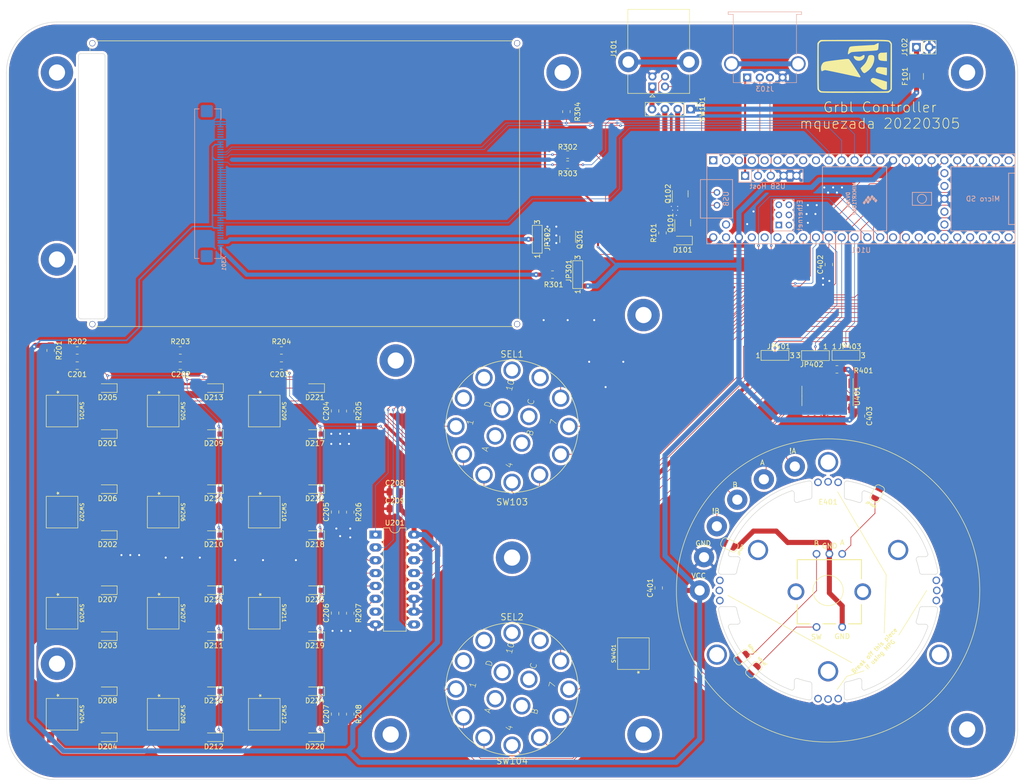
<source format=kicad_pcb>
(kicad_pcb (version 20211014) (generator pcbnew)
  (layers (0 "F.Cu" signal) (31 "B.Cu" signal) (34 "B.Paste" user) (35 "F.Paste" user) (36 "B.SilkS" user "B.Silkscreen") (37 "F.SilkS" user "F.Silkscreen") (38 "B.Mask" user) (39 "F.Mask" user) (44 "Edge.Cuts" user))
  (net 0 "")
  (net 1 "GND")
  (net 2 "/ButtonMatrix/C1")
  (net 3 "/ButtonMatrix/C2")
  (net 4 "/ButtonMatrix/C3")
  (net 5 "/ButtonMatrix/R1")
  (net 6 "/ButtonMatrix/R2")
  (net 7 "/ButtonMatrix/R3")
  (net 8 "/ButtonMatrix/R4")
  (net 9 "+3V3")
  (net 10 "/ENC_SW")
  (net 11 "Net-(D201-Pad2)")
  (net 12 "Net-(D202-Pad2)")
  (net 13 "Net-(D203-Pad2)")
  (net 14 "Net-(D204-Pad2)")
  (net 15 "Net-(D209-Pad2)")
  (net 16 "Net-(D210-Pad2)")
  (net 17 "Net-(D211-Pad2)")
  (net 18 "Net-(D212-Pad2)")
  (net 19 "Net-(D217-Pad2)")
  (net 20 "Net-(D218-Pad2)")
  (net 21 "Net-(D219-Pad2)")
  (net 22 "Net-(D220-Pad2)")
  (net 23 "/LCD_Interface/YU_~{TRST}")
  (net 24 "/LCD_Interface/XL_~{TIRQ}")
  (net 25 "/LCD_Interface/YD_SDA")
  (net 26 "/LCD_Interface/XR_SCL")
  (net 27 "/LCD_Interface/TFT_CS")
  (net 28 "/LCD_Interface/TFT_DC")
  (net 29 "/TFT_SCLK")
  (net 30 "/LCD_Interface/MOSI")
  (net 31 "/LCD_Interface/TFT_RST")
  (net 32 "/TFT_BL")
  (net 33 "/LCD_Interface/LEDA")
  (net 34 "/EncoderOption/A+")
  (net 35 "/EncoderOption/B+")
  (net 36 "/EncoderOption/A-")
  (net 37 "/EncoderOption/B-")
  (net 38 "Net-(J103-Pad1)")
  (net 39 "Net-(J103-Pad2)")
  (net 40 "Net-(J103-Pad3)")
  (net 41 "/VUSB")
  (net 42 "Net-(JP301-Pad2)")
  (net 43 "Net-(JP302-Pad1)")
  (net 44 "Net-(JP302-Pad2)")
  (net 45 "Net-(JP401-Pad1)")
  (net 46 "Net-(JP401-Pad3)")
  (net 47 "Net-(JP402-Pad1)")
  (net 48 "/ENC_B")
  (net 49 "Net-(JP402-Pad3)")
  (net 50 "Net-(JP403-Pad1)")
  (net 51 "/ENC_A")
  (net 52 "Net-(JP403-Pad3)")
  (net 53 "Net-(R201-Pad2)")
  (net 54 "Net-(R301-Pad2)")
  (net 55 "Net-(R302-Pad2)")
  (net 56 "Net-(R303-Pad2)")
  (net 57 "Net-(R401-Pad2)")
  (net 58 "/AXIS_Z")
  (net 59 "/SPINDLE")
  (net 60 "/FEEDRATE")
  (net 61 "/LCDBRT")
  (net 62 "/FILES")
  (net 67 "/AXIS_X")
  (net 68 "/SYSTEM")
  (net 69 "/AXIS_Y")
  (net 70 "/X10")
  (net 71 "/X100")
  (net 72 "/F1")
  (net 73 "/F2")
  (net 74 "/DEBUG")
  (net 79 "/XP1")
  (net 80 "/JOG")
  (net 81 "/X1")
  (net 82 "Net-(J101-Pad2)")
  (net 83 "+5V")
  (net 88 "/BMSOL")
  (net 89 "/BMCLK")
  (net 90 "/BMQH")
  (net 114 "Net-(J101-Pad3)")
  (net 115 "unconnected-(J101-Pad5)")
  (net 128 "unconnected-(J103-Pad5)")
  (net 129 "Net-(E401-PadS2)")
  (net 130 "Net-(E401-PadEB)")
  (net 131 "Net-(E401-PadEA)")
  (net 132 "Net-(E401-PadEC)")
  (net 133 "Net-(D101-Pad2)")
  (net 134 "Net-(F101-Pad1)")
  (net 135 "Net-(F101-Pad2)")
  (net 136 "Net-(Q101-Pad3)")
  (net 138 "Net-(Q102-Pad3)")
  (net 139 "Net-(D205-Pad2)")
  (net 140 "Net-(D206-Pad2)")
  (net 141 "Net-(D207-Pad2)")
  (net 142 "Net-(D208-Pad2)")
  (net 143 "Net-(D213-Pad2)")
  (net 144 "Net-(D214-Pad2)")
  (net 145 "Net-(D215-Pad2)")
  (net 146 "Net-(D216-Pad2)")
  (net 147 "Net-(D221-Pad2)")
  (net 148 "Net-(D222-Pad2)")
  (net 149 "Net-(D223-Pad2)")
  (net 150 "Net-(D224-Pad2)")
  (net 151 "Net-(SW202-Pad1)")
  (net 152 "Net-(SW202-Pad4)")
  (net 153 "Net-(SW203-Pad4)")
  (net 154 "Net-(SW204-Pad4)")
  (footprint "Capacitor_SMD:C_0805_2012Metric_Pad1.18x1.45mm_HandSolder" (layer "F.Cu") (at 189 98 -90)
    (fp_text reference "C403")
    (fp_text value "1uF")
  )
  (footprint "MarcoK:SWITCH_ROTARY_4-12-No_Cuts" (layer "F.Cu") (at 120 152 -105)
    (fp_text reference "SW104")
    (fp_text value "SEL2")
  )
  (footprint "MountingHole:MountingHole_3.2mm_M3_Pad" (layer "F.Cu") (at 30 30)
    (fp_text reference "REF**" hide)
    (fp_text value "MountingHole_3.2mm_M3_Pad")
  )
  (footprint "Resistor_SMD:R_0805_2012Metric_Pad1.20x1.40mm_HandSolder" (layer "F.Cu") (at 128 69.99 180)
    (fp_text reference "R301")
    (fp_text value "10")
  )
  (footprint "MarcoK:HAND_WHEEL_ENCODER" (layer "F.Cu") (at 182.5 132.5)
    (fp_text reference "E401")
    (fp_text value "Combined_MPG_ENCODER")
    (fp_line (start -6.682435 -19.230086) (end -6.682435 -17.9) (layer "Edge.Cuts") (width 0.1))
    (fp_line (start 21.2 3.2) (end 18.65 3.200001) (layer "Edge.Cuts") (width 0.1))
    (fp_line (start -3.2 21.2) (end -3.200001 18.65) (layer "Edge.Cuts") (width 0.1))
    (fp_line (start -21.2 3.2) (end -18.65 3.200001) (layer "Edge.Cuts") (width 0.1))
    (fp_line (start 6.700316 -19.228471) (end 6.700316 -17.898385) (layer "Edge.Cuts") (width 0.1))
    (fp_line (start 21.217881 -3.198385) (end 18.667881 -3.198386) (layer "Edge.Cuts") (width 0.1))
    (fp_line (start 3.217881 -21.198385) (end 3.217882 -18.648385) (layer "Edge.Cuts") (width 0.1))
    (fp_line (start 19.247967 -6.68082) (end 17.917881 -6.68082) (layer "Edge.Cuts") (width 0.1))
    (fp_line (start -19.230086 6.682435) (end -17.9 6.682435) (layer "Edge.Cuts") (width 0.1))
    (fp_line (start -3.2 -21.2) (end -3.200001 -18.65) (layer "Edge.Cuts") (width 0.1))
    (fp_line (start 6.682435 19.230086) (end 6.682435 17.9) (layer "Edge.Cuts") (width 0.1))
    (fp_line (start -21.2 -3.2) (end -18.65 -3.200001) (layer "Edge.Cuts") (width 0.1))
    (fp_line (start -6.682435 19.230086) (end -6.682435 17.9) (layer "Edge.Cuts") (width 0.1))
    (fp_line (start -19.230086 -6.682435) (end -17.9 -6.682435) (layer "Edge.Cuts") (width 0.1))
    (fp_line (start 3.2 21.2) (end 3.200001 18.65) (layer "Edge.Cuts") (width 0.1))
    (fp_line (start 19.230086 6.682435) (end 17.9 6.682435) (layer "Edge.Cuts") (width 0.1))
    (fp_arc (start -17.44 5.99) (mid -17.484919 6.45873) (end -17.9 6.681064) (layer "Edge.Cuts") (width 0.1))
    (fp_arc (start -19.230086 -6.682435) (mid -19.585367 -6.828159) (end -19.733545 -7.182423) (layer "Edge.Cuts") (width 0.1))
    (fp_arc (start -19.733545 7.182423) (mid -19.585366 6.82816) (end -19.230086 6.682435) (layer "Edge.Cuts") (width 0.1))
    (fp_arc (start 21.673367 3.733436) (mid 15.553077 15.553077) (end 3.733436 21.673367) (layer "Edge.Cuts") (width 0.1))
    (fp_arc (start 3.200001 18.65) (mid 3.31104 18.24363) (end 3.69313 18.066224) (layer "Edge.Cuts") (width 0.1))
    (fp_arc (start -5.99 -17.439999) (mid -4.851684 -17.7903) (end -3.69313 -18.066391) (layer "Edge.Cuts") (width 0.1))
    (fp_arc (start 19.733545 7.182423) (mid 14.895279 14.895279) (end 7.182423 19.733545) (layer "Edge.Cuts") (width 0.1))
    (fp_arc (start 6.700316 -19.228471) (mid 6.846045 -19.583733) (end 7.200304 -19.73193) (layer "Edge.Cuts") (width 0.1))
    (fp_arc (start 17.45788 -5.988385) (mid 17.80818 -4.850069) (end 18.084272 -3.691515) (layer "Edge.Cuts") (width 0.1))
    (fp_arc (start -3.733436 21.673367) (mid -15.553077 15.553077) (end -21.673367 3.733436) (layer "Edge.Cuts") (width 0.1))
    (fp_arc (start -6.681064 17.9) (mid -6.458729 17.484919) (end -5.99 17.44) (layer "Edge.Cuts") (width 0.1))
    (fp_arc (start 5.99 17.44) (mid 6.458726 17.484922) (end 6.681064 17.9) (layer "Edge.Cuts") (width 0.1))
    (fp_arc (start -3.733436 -21.673367) (mid -3.376844 -21.537962) (end -3.2 -21.2) (layer "Edge.Cuts") (width 0.1))
    (fp_arc (start -7.182423 19.733545) (mid -14.895279 14.895279) (end -19.733545 7.182423) (layer "Edge.Cuts") (width 0.1))
    (fp_arc (start 17.9 6.681064) (mid 17.484899 6.458727) (end 17.44 5.99) (layer "Edge.Cuts") (width 0.1))
    (fp_arc (start 7.182423 19.733545) (mid 6.828178 19.585353) (end 6.682435 19.230086) (layer "Edge.Cuts") (width 0.1))
    (fp_arc (start -17.9 -6.681064) (mid -17.484919 -6.458729) (end -17.44 -5.99) (layer "Edge.Cuts") (width 0.1))
    (fp_arc (start -18.65 3.200001) (mid -18.243631 3.31104) (end -18.066224 3.69313) (layer "Edge.Cuts") (width 0.1))
    (fp_arc (start -19.733545 -7.182423) (mid -14.895279 -14.895279) (end -7.182423 -19.733545) (layer "Edge.Cuts") (width 0.1))
    (fp_arc (start 3.217881 -21.198385) (mid 3.394728 -21.536338) (end 3.751317 -21.671752) (layer "Edge.Cuts") (width 0.1))
    (fp_arc (start -6.682435 19.230086) (mid -6.828159 19.585367) (end -7.182423 19.733545) (layer "Edge.Cuts") (width 0.1))
    (fp_arc (start -3.69313 18.066391) (mid -4.851685 17.790302) (end -5.99 17.439999) (layer "Edge.Cuts") (width 0.1))
    (fp_arc (start 18.066224 3.69313) (mid 18.243621 3.311014) (end 18.65 3.200001) (layer "Edge.Cuts") (width 0.1))
    (fp_arc (start 6.698945 -17.898385) (mid 6.476609 -17.48331) (end 6.007881 -17.438385) (layer "Edge.Cuts") (width 0.1))
    (fp_arc (start -18.066391 -3.69313) (mid -17.790302 -4.851685) (end -17.439999 -5.99) (layer "Edge.Cuts") (width 0.1))
    (fp_arc (start -5.99 -17.44) (mid -6.45873 -17.484919) (end -6.681064 -17.9) (layer "Edge.Cuts") (width 0.1))
    (fp_arc (start -3.2 21.2) (mid -3.376845 21.537961) (end -3.733436 21.673367) (layer "Edge.Cuts") (width 0.1))
    (fp_arc (start 21.691248 -3.731821) (mid 21.555851 -3.375217) (end 21.217881 -3.198385) (layer "Edge.Cuts") (width 0.1))
    (fp_arc (start -3.69313 18.066224) (mid -3.31104 18.243631) (end -3.200001 18.65) (layer "Edge.Cuts") (width 0.1))
    (fp_arc (start 17.457881 -5.988385) (mid 17.502812 -6.457103) (end 17.917881 -6.679449) (layer "Edge.Cuts") (width 0.1))
    (fp_arc (start -3.200001 -18.65) (mid -3.31104 -18.243631) (end -3.69313 -18.066224) (layer "Edge.Cuts") (width 0.1))
    (fp_arc (start 5.99 17.439999) (mid 4.851684 17.790301) (end 3.69313 18.066391) (layer "Edge.Cuts") (width 0.1))
    (fp_arc (start 3.751317 -21.671752) (mid 15.570958 -15.551462) (end 21.691248 -3.731821) (layer "Edge.Cuts") (width 0.1))
    (fp_arc (start 7.200304 -19.73193) (mid 14.913161 -14.893664) (end 19.751426 -7.180808) (layer "Edge.Cuts") (width 0.1))
    (fp_arc (start -7.182423 -19.733545) (mid -6.82816 -19.585366) (end -6.682435 -19.230086) (layer "Edge.Cuts") (width 0.1))
    (fp_arc (start 19.751426 -7.180808) (mid 19.603263 -6.826515) (end 19.247967 -6.68082) (layer "Edge.Cuts") (width 0.1))
    (fp_arc (start 3.711011 -18.064776) (mid 4.869565 -17.788685) (end 6.007881 -17.438384) (layer "Edge.Cuts") (width 0.1))
    (fp_arc (start -21.2 -3.2) (mid -21.537961 -3.376845) (end -21.673367 -3.733436) (layer "Edge.Cuts") (width 0.1))
    (fp_arc (start -17.439999 5.99) (mid -17.7903 4.851684) (end -18.066391 3.69313) (layer "Edge.Cuts") (width 0.1))
    (fp_arc (start 18.667881 -3.198386) (mid 18.261537 -3.309438) (end 18.084105 -3.691515) (layer "Edge.Cuts") (width 0.1))
    (fp_arc (start -21.673367 -3.733436) (mid -15.553077 -15.553077) (end -3.733436 -21.673367) (layer "Edge.Cuts") (width 0.1))
    (fp_arc (start 3.711011 -18.064609) (mid 3.328902 -18.242012) (end 3.217882 -18.648385) (layer "Edge.Cuts") (width 0.1))
    (fp_arc (start -21.673367 3.733436) (mid -21.537962 3.376844) (end -21.2 3.2) (layer "Edge.Cuts") (width 0.1))
    (fp_arc (start -18.066224 -3.69313) (mid -18.243631 -3.31104) (end -18.65 -3.200001) (layer "Edge.Cuts") (width 0.1))
    (fp_arc (start 19.230086 6.682435) (mid 19.585367 6.828164) (end 19.733545 7.182423) (layer "Edge.Cuts") (width 0.1))
    (fp_arc (start 18.066391 3.69313) (mid 17.790299 4.851684) (end 17.439999 5.99) (layer "Edge.Cuts") (width 0.1))
    (fp_arc (start 3.733436 21.673367) (mid 3.376841 21.537964) (end 3.2 21.2) (layer "Edge.Cuts") (width 0.1))
    (fp_arc (start 21.2 3.2) (mid 21.537937 3.376853) (end 21.673367 3.733436) (layer "Edge.Cuts") (width 0.1))
  )
  (footprint "Diode_SMD:D_SOD-323_HandSoldering" (layer "F.Cu") (at 40 92.45 180)
    (fp_text reference "D205")
    (fp_text value "D")
  )
  (footprint "Diode_SMD:D_SOD-323_HandSoldering" (layer "F.Cu") (at 81 152.45 180)
    (fp_text reference "D224")
    (fp_text value "D")
  )
  (footprint "MountingHole:MountingHole_3.2mm_M3_Pad" (layer "F.Cu") (at 130 30)
    (fp_text reference "REF**" hide)
    (fp_text value "MountingHole_3.2mm_M3_Pad")
  )
  (footprint "Resistor_SMD:R_0805_2012Metric_Pad1.20x1.40mm_HandSolder" (layer "F.Cu") (at 130.75 37.75 90)
    (fp_text reference "R304")
    (fp_text value "10K")
  )
  (footprint "Resistor_SMD:R_0805_2012Metric_Pad1.20x1.40mm_HandSolder" (layer "F.Cu") (at 28.75 85 -90)
    (fp_text reference "R201")
    (fp_text value "1K")
  )
  (footprint "MarcoK:SolderJumper-2_P-1mm-Gap_Open_RoundedPad1.0x1.5mm" (layer "F.Cu") (at 192.2273 113.326353 63.1)
    (fp_text reference "JP406")
    (fp_text value "Jumper_2_Open")
  )
  (footprint "MountingHole:MountingHole_3.2mm_M3_Pad" (layer "F.Cu") (at 30 67)
    (fp_text reference "REF**" hide)
    (fp_text value "MountingHole_3.2mm_M3_Pad")
  )
  (footprint "Package_TO_SOT_SMD:SOT-23" (layer "F.Cu") (at 153.75 59.75 90)
    (fp_text reference "Q101")
    (fp_text value "FDN340P")
  )
  (footprint "MarcoK:SWITCH_ROTARY_4-12-No_Cuts" (layer "F.Cu") (at 120 100 -105)
    (fp_text reference "SW103")
    (fp_text value "SEL1")
  )
  (footprint "Diode_SMD:D_SOD-323_HandSoldering" (layer "F.Cu") (at 61 121.55 180)
    (fp_text reference "D210")
    (fp_text value "D")
  )
  (footprint "MarcoK:FSM4JSMATR" (layer "F.Cu") (at 31 137 -90)
    (fp_text reference "SW203")
    (fp_text value "SWITCH_FSM4JSMATR_TYC" hide)
  )
  (footprint "MountingHole:MountingHole_3.2mm_M3_Pad" (layer "F.Cu") (at 146 78)
    (fp_text reference "REF**" hide)
    (fp_text value "MountingHole_3.2mm_M3_Pad")
  )
  (footprint "MountingHole:MountingHole_3.2mm_M3_Pad" (layer "F.Cu") (at 30 147)
    (fp_text reference "REF**" hide)
    (fp_text value "MountingHole_3.2mm_M3_Pad")
  )
  (footprint "Capacitor_SMD:C_0805_2012Metric_Pad1.18x1.45mm_HandSolder" (layer "F.Cu") (at 85 96.975 -90)
    (fp_text reference "C204")
    (fp_text value "C")
  )
  (footprint "MarcoK:FSM4JSMATR" (layer "F.Cu") (at 51 137 -90)
    (fp_text reference "SW207")
    (fp_text value "SWITCH_FSM4JSMATR_TYC" hide)
  )
  (footprint "MarcoK:TFT_3.5IN_320X480_50PIN_BUY_DISPLAY_ER-TFT035-6" (layer "F.Cu") (at 79 52 -90)
    (fp_text reference "X301")
    (fp_text value "62684-502100ALF")
  )
  (footprint "Diode_SMD:D_SOD-323_HandSoldering" (layer "F.Cu") (at 61 132.45 180)
    (fp_text reference "D215")
    (fp_text value "D")
  )
  (footprint "Connector_PinHeader_2.54mm:PinHeader_1x02_P2.54mm_Vertical" (layer "F.Cu") (at 199.975 25 90)
    (fp_text reference "J102")
    (fp_text value "Jack-DC")
  )
  (footprint "Capacitor_SMD:C_0805_2012Metric_Pad1.18x1.45mm_HandSolder" (layer "F.Cu") (at 182.65 68 90)
    (fp_text reference "C402")
    (fp_text value "0.1uF")
  )
  (footprint "Capacitor_SMD:C_0805_2012Metric_Pad1.18x1.45mm_HandSolder" (layer "F.Cu") (at 85 136.975 -90)
    (fp_text reference "C206")
    (fp_text value "C")
  )
  (footprint "MountingHole:MountingHole_3.2mm_M3_Pad" (layer "F.Cu") (at 120 126)
    (fp_text reference "REF**" hide)
    (fp_text value "MountingHole_3.2mm_M3_Pad")
  )
  (footprint "MarcoK:FSM4JSMATR" (layer "F.Cu") (at 71 117 -90)
    (fp_text reference "SW210")
    (fp_text value "SWITCH_FSM4JSMATR_TYC" hide)
  )
  (footprint "Resistor_SMD:R_0805_2012Metric_Pad1.20x1.40mm_HandSolder" (layer "F.Cu") (at 131 48.25 180)
    (fp_text reference "R302")
    (fp_text value "10")
  )
  (footprint "Diode_SMD:D_SOD-323_HandSoldering" (layer "F.Cu") (at 81 101.55 180)
    (fp_text reference "D217")
    (fp_text value "D")
  )
  (footprint "Resistor_SMD:R_0805_2012Metric_Pad1.20x1.40mm_HandSolder" (layer "F.Cu") (at 54.388825 85 180)
    (fp_text reference "R203")
    (fp_text value "10K")
  )
  (footprint "MountingHole:MountingHole_3.2mm_M3_Pad" (layer "F.Cu") (at 210 160)
    (fp_text reference "REF**" hide)
    (fp_text value "MountingHole_3.2mm_M3_Pad")
  )
  (footprint "MarcoK:FSM4JSMATR" (layer "F.Cu") (at 144 145 90)
    (fp_text reference "SW401")
    (fp_text value "SWITCH_FSM4JSMATR_TYC" hide)
  )
  (footprint "Diode_SMD:D_SOD-323_HandSoldering" (layer "F.Cu") (at 40 112.45 180)
    (fp_text reference "D206")
    (fp_text value "D")
  )
  (footprint "Resistor_SMD:R_0805_2012Metric_Pad1.20x1.40mm_HandSolder" (layer "F.Cu") (at 88 117 -90)
    (fp_text reference "R206")
    (fp_text value "10K")
  )
  (footprint "Capacitor_SMD:C_0805_2012Metric_Pad1.18x1.45mm_HandSolder" (layer "F.Cu") (at 96.825 116.325 180)
    (fp_text reference "C209")
    (fp_text value "1uF")
  )
  (footprint "Connector_PinHeader_2.54mm:PinHeader_1x04_P2.54mm_Vertical" (layer "F.Cu") (at 155.3 37.25 -90)
    (fp_text reference "SW101")
    (fp_text value "SW_DPST_x2")
  )
  (footprint "MarcoK:FSM4JSMATR" (layer "F.Cu") (at 51 117 -90)
    (fp_text reference "SW206")
    (fp_text value "SWITCH_FSM4JSMATR_TYC" hide)
  )
  (footprint "Diode_SMD:D_SOD-323_HandSoldering" (layer "F.Cu") (at 40 121.55 180)
    (fp_text reference "D202")
    (fp_text value "D")
  )
  (footprint "Capacitor_SMD:C_0805_2012Metric_Pad1.18x1.45mm_HandSolder" (layer "F.Cu") (at 149 132 90)
    (fp_text reference "C401")
    (fp_text value "1uF")
  )
  (footprint "MarcoK:FSM4JSMATR" (layer "F.Cu") (at 31 117 -90)
    (fp_text reference "SW202")
    (fp_text value "SWITCH_FSM4JSMATR_TYC" hide)
  )
  (footprint "Jumper:SolderJumper-3_P2.0mm_Open_TrianglePad1.0x1.5mm_NumberLabels" (layer "F.Cu") (at 172 86.01)
    (fp_text reference "JP401")
    (fp_text value "Jumper_3_Open")
  )
  (footprint "Diode_SMD:D_SOD-323_HandSoldering" (layer "F.Cu") (at 61 161.55 180)
    (fp_text reference "D212")
    (fp_text value "D")
  )
  (footprint "Jumper:SolderJumper-3_P2.0mm_Open_TrianglePad1.0x1.5mm_NumberLabels" (layer "F.Cu") (at 180 86 180)
    (fp_text reference "JP402")
    (fp_text value "Jumper_3_Open")
  )
  (footprint "Diode_SMD:D_SOD-323_HandSoldering" (layer "F.Cu") (at 61 152.45 180)
    (fp_text reference "D216")
    (fp_text value "D")
  )
  (footprint "MountingHole:MountingHole_3.2mm_M3_Pad" (layer "F.Cu") (at 97 87)
    (fp_text reference "REF**" hide)
    (fp_text value "MountingHole_3.2mm_M3_Pad")
  )
  (footprint "Diode_SMD:D_SOD-323_HandSoldering" (layer "F.Cu") (at 81 132.45 180)
    (fp_text reference "D223")
    (fp_text value "D")
  )
  (footprint "Diode_SMD:D_SOD-323_HandSoldering" (layer "F.Cu") (at 40 141.55 180)
    (fp_text reference "D203")
    (fp_text value "D")
  )
  (footprint "MountingHole:MountingHole_3.2mm_M3_Pad" (layer "F.Cu") (at 96 161)
    (fp_text reference "REF**" hide)
    (fp_text value "MountingHole_3.2mm_M3_Pad")
  )
  (footprint "Diode_SMD:D_SOD-323_HandSoldering" (layer "F.Cu") (at 61 92.45 180)
    (fp_text reference "D213")
    (fp_text value "D")
  )
  (footprint "Jumper:SolderJumper-3_P2.0mm_Open_TrianglePad1.0x1.5mm_NumberLabels" (layer "F.Cu") (at 133 70 90)
    (fp_text reference "JP301")
    (fp_text value "SolderJumper_3_Bridged12")
  )
  (footprint "Diode_SMD:D_SOD-323_HandSoldering" (layer "F.Cu") (at 81 141.55 180)
    (fp_text reference "D219")
    (fp_text value "D")
  )
  (footprint "Capacitor_SMD:C_0805_2012Metric_Pad1.18x1.45mm_HandSolder" (layer "F.Cu") (at 74.388825 88)
    (fp_text reference "C203")
    (fp_text value "C")
  )
  (footprint "MarcoK:FSM4JSMATR" (layer "F.Cu") (at 71 137 -90)
    (fp_text reference "SW211")
    (fp_text value "SWITCH_FSM4JSMATR_TYC" hide)
  )
  (footprint "Package_DIP:DIP-16_W7.62mm_LongPads" (layer "F.Cu") (at 93 121.45)
    (fp_text reference "U201")
    (fp_text value "74165")
  )
  (footprint "MarcoK:FSM4JSMATR" (layer "F.Cu") (at 71 97 -90)
    (fp_text reference "SW209")
    (fp_text value "SWITCH_FSM4JSMATR_TYC" hide)
  )
  (footprint "Resistor_SMD:R_0805_2012Metric_Pad1.20x1.40mm_HandSolder" (layer "F.Cu") (at 131 46.25 180)
    (fp_text reference "R303")
    (fp_text value "10")
  )
  (footprint "Package_SO:SOIC-16_3.9x9.9mm_P1.27mm" (layer "F.Cu") (at 182.385 94 -90)
    (fp_text reference "U401")
    (fp_text value "MAX3094ECSE+")
  )
  (footprint "Capacitor_SMD:C_0805_2012Metric_Pad1.18x1.45mm_HandSolder" (layer "F.Cu") (at 54.388825 88)
    (fp_text reference "C202")
    (fp_text value "C")
  )
  (footprint "MarcoK:SolderJumper-2_P-1mm-Gap_Open_RoundedPad1.0x1.5mm" (layer "F.Cu") (at 162.982784 123.48178 155.2)
    (fp_text reference "JP407")
    (fp_text value "Jumper_2_Open")
  )
  (footprint "Package_TO_SOT_SMD:SOT-23" (layer "F.Cu") (at 131 63 -90)
    (fp_text reference "Q301")
    (fp_text value "IRLML0040TR")
  )
  (footprint "MarcoK:FSM4JSMATR" (layer "F.Cu") (at 51 157 -90)
    (fp_text reference "SW208")
    (fp_text value "SWITCH_FSM4JSMATR_TYC" hide)
  )
  (footprint "Diode_SMD:D_SOD-323_HandSoldering" (layer "F.Cu") (at 40 101.55 180)
    (fp_text reference "D201")
    (fp_text value "D")
  )
  (footprint "Diode_SMD:D_SOD-323_HandSoldering" (layer "F.Cu") (at 61 101.55 180)
    (fp_text reference "D209")
    (fp_text value "D")
  )
  (footprint "MarcoK:SolderJumper-2_P-1mm-Gap_Open_RoundedPad1.0x1.5mm" (layer "F.Cu") (at 167.8096 148.1985 46.9)
    (fp_text reference "JP404")
    (fp_text value "Jumper_2_Open")
  )
  (footprint "Jumper:SolderJumper-3_P2.0mm_Open_TrianglePad1.0x1.5mm_NumberLabels" (layer "F.Cu") (at 186.04 86.01)
    (fp_text reference "JP403")
    (fp_text value "Jumper_3_Open")
  )
  (footprint "MarcoK:SolderJumper-2_P-1mm-Gap_Open_RoundedPad1.0x1.5mm" (layer "F.Cu") (at 165.5347 145.7071 -142.1)
    (fp_text reference "JP405")
    (fp_text value "Jumper_2_Open")
  )
  (footprint "Diode_SMD:D_SOD-323_HandSoldering" (layer "F.Cu") (at 81 161.55 180)
    (fp_text reference "D220")
    (fp_text value "D")
  )
  (footprint "Diode_SMD:D_SOD-323_HandSoldering" (layer "F.Cu") (at 153.75 63.25 180)
    (fp_text reference "D101")
    (fp_text value "D_Schottky")
  )
  (footprint "Diode_SMD:D_SOD-323_HandSoldering" (layer "F.Cu") (at 61 141.55 180)
    (fp_text reference "D211")
    (fp_text value "D")
  )
  (footprint "Diode_SMD:D_SOD-323_HandSoldering" (layer "F.Cu") (at 40 132.45 180)
    (fp_text reference "D207")
    (fp_text value "D")
  )
  (footprint "Resistor_SMD:R_0805_2012Metric_Pad1.20x1.40mm_HandSolder" (layer "F.Cu") (at 149.75 61.75 -90)
    (fp_text reference "R101")
    (fp_text value "R")
  )
  (footprint "Resistor_SMD:R_0805_2012Metric_Pad1.20x1.40mm_HandSolder" (layer "F.Cu") (at 74.388825 85 180)
    (fp_text reference "R204")
    (fp_text value "10K")
  )
  (footprint "MarcoK:FSM4JSMATR" (layer "F.Cu") (at 31 157 -90)
    (fp_text reference "SW204")
    (fp_text value "SWITCH_FSM4JSMATR_TYC" hide)
  )
  (footprint "Jumper:SolderJumper-3_P2.0mm_Open_TrianglePad1.0x1.5mm_NumberLabels" (layer "F.Cu") (at 125 63 90)
    (fp_text reference "JP302")
    (fp_text value "SolderJumper_3_Bridged12")
  )
  (footprint "Capacitor_SMD:C_0805_2012Metric_Pad1.18x1.45mm_HandSolder" (layer "F.Cu") (at 85 156.975 -90)
    (fp_text reference "C207")
    (fp_text value "C")
  )
  (footprint "Resistor_SMD:R_0805_2012Metric_Pad1.20x1.40mm_HandSolder" (layer "F.Cu") (at 88 97 -90)
    (fp_text reference "R205")
    (fp_text value "10K")
  )
  (footprint "MountingHole:MountingHole_3.2mm_M3_Pad" (layer "F.Cu") (at 210 30)
    (fp_text reference "REF**" hide)
    (fp_text value "MountingHole_3.2mm_M3_Pad")
  )
  (footprint "MarcoK:FSM4JSMATR" (layer "F.Cu") (at 51 97 -90)
    (fp_text reference "SW205")
    (fp_text value "SWITCH_FSM4JSMATR_TYC" hide)
  )
  (footprint "Resistor_SMD:R_0805_2012Metric_Pad1.20x1.40mm_HandSolder" (layer "F.Cu") (at 88 137 -90)
    (fp_text reference "R207")
    (fp_text value "10K")
  )
  (footprint "Resistor_SMD:R_0805_2012Metric_Pad1.20x1.40mm_HandSolder" (layer "F.Cu") (at 88 156.975 -90)
    (fp_text reference "R208")
    (fp_text value "10K")
  )
  (footprint "MarcoK:FSM4JSMATR" (layer "F.Cu") (at 31 97 -90)
    (fp_text reference "SW201")
    (fp_text value "SWITCH_FSM4JSMATR_TYC" hide)
  )
  (footprint "Resistor_SMD:R_0805_2012Metric_Pad1.20x1.40mm_HandSolder" (layer "F.Cu") (at 34 85 180)
    (fp_text reference "R202")
    (fp_text value "10K")
  )
  (footprint "Connector_USB:USB_B_Lumberg_2411_02_Horizontal" (layer "F.Cu") (at 147.75 32.7875 90)
    (fp_text reference "J101")
    (fp_text value "USB_B")
  )
  (footprint "LOGO" (layer "F.Cu") (at 187.75 28.75)
    (fp_text reference "G***" hide)
    (fp_text value "LOGO" hide)
  )
  (footprint "Fuse:Fuse_1210_3225Metric_Pad1.42x2.65mm_HandSolder" (layer "F.Cu") (at 200 30.7625 90)
    (fp_text reference "F101")
    (fp_text value "Polyfuse")
  )
  (footprint "Diode_SMD:D_SOD-323_HandSoldering" (layer "F.Cu") (at 40 161.55 180)
    (fp_text reference "D204")
    (fp_text value "D")
  )
  (footprint "Diode_SMD:D_SOD-323_HandSoldering" (layer "F.Cu") (at 81 92.45 180)
    (fp_text reference "D221")
    (fp_text value "D")
  )
  (footprint "MountingHole:MountingHole_3.2mm_M3_Pad" (layer "F.Cu") (at 146 161)
    (fp_text reference "REF**" hide)
    (fp_text value "MountingHole_3.2mm_M3_Pad")
  )
  (footprint "Resistor_SMD:R_0805_2012Metric_Pad1.20x1.40mm_HandSolder" (layer "F.Cu") (at 184.25 88.75 180)
    (fp_text reference "R401")
    (fp_text value "10K")
  )
  (footprint "Diode_SMD:D_SOD-323_HandSoldering" (layer "F.Cu") (at 61 112.45 180)
    (fp_text reference "D214")
    (fp_text value "D")
  )
  (footprint "Diode_SMD:D_SOD-323_HandSoldering" (layer "F.Cu") (at 40 152.45 180)
    (fp_text reference "D208")
    (fp_text value "D")
  )
  (footprint "Capacitor_SMD:C_0805_2012Metric_Pad1.18x1.45mm_HandSolder" (layer "F.Cu") (at 96.825 113 180)
    (fp_text reference "C208")
    (fp_text value "0.1uF")
  )
  (footprint "Diode_SMD:D_SOD-323_HandSoldering" (layer "F.Cu") (at 81 112.45 180)
    (fp_text reference "D222")
    (fp_text value "D")
  )
  (footprint "Diode_SMD:D_SOD-323_HandSoldering" (layer "F.Cu") (at 81 121.55 180)
    (fp_text reference "D218")
    (fp_text value "D")
  )
  (footprint "Capacitor_SMD:C_0805_2012Metric_Pad1.18x1.45mm_HandSolder" (layer "F.Cu") (at 34 88)
    (fp_text reference "C201")
    (fp_text value "C")
  )
  (footprint "Package_TO_SOT_SMD:SOT-23" (layer "F.Cu") (at 153.25 54 90)
    (fp_text reference "Q102")
    (fp_text value "FDN340P")
  )
  (footprint "MarcoK:FSM4JSMATR" (layer "F.Cu") (at 71 157 -90)
    (fp_text reference "SW212")
    (fp_text value "SWITCH_FSM4JSMATR_TYC" hide)
  )
  (footprint "Capacitor_SMD:C_0805_2012Metric_Pad1.18x1.45mm_HandSolder" (layer "F.Cu") (at 85 116.975 -90)
    (fp_text reference "C205")
    (fp_text value "C")
  )
  (footprint "Connector_USB:USB_A_Stewart_SS-52100-001_Horizontal" (layer "B.Cu") (at 166.5 30.99)
    (fp_text reference "J103")
    (fp_text value "USB_A")
  )
  (footprint "Teensy:Teensy41" (layer "B.Cu") (at 189 55)
    (fp_text reference "U101")
    (fp_text value "Teensy4.1")
  )
  (gr_line (start 39.5 78.25) (end 39.5 26.75) (layer "Edge.Cuts") (width 0.1))
  (gr_arc (start 39 26.25) (mid 39.353553 26.396447) (end 39.5 26.75) (layer "Edge.Cuts") (width 0.1))
  (gr_line (start 220 30) (end 220 160) (layer "Edge.Cuts") (width 0.1))
  (gr_line (start 30 20) (end 210 20) (layer "Edge.Cuts") (width 0.1))
  (gr_line (start 34.75 78.75) (end 39 78.75) (layer "Edge.Cuts") (width 0.1))
  (gr_arc (start 34.25 26.75) (mid 34.396447 26.396447) (end 34.75 26.25) (layer "Edge.Cuts") (width 0.1))
  (gr_arc (start 220 160) (mid 217.071068 167.071068) (end 210 170) (layer "Edge.Cuts") (width 0.1))
  (gr_line (start 210 170) (end 30.071068 170) (layer "Edge.Cuts") (width 0.1))
  (gr_line (start 39 26.25) (end 34.75 26.25) (layer "Edge.Cuts") (width 0.1))
  (gr_line (start 20.071068 160) (end 20 30) (layer "Edge.Cuts") (width 0.1))
  (gr_arc (start 34.75 78.75) (mid 34.396447 78.603553) (end 34.25 78.25) (layer "Edge.Cuts") (width 0.1))
  (gr_arc (start 210 20) (mid 217.071068 22.928932) (end 220 30) (layer "Edge.Cuts") (width 0.1))
  (gr_line (start 34.25 26.75) (end 34.25 78.25) (layer "Edge.Cuts") (width 0.1))
  (gr_arc (start 39.5 78.25) (mid 39.353553 78.603553) (end 39 78.75) (layer "Edge.Cuts") (width 0.1))
  (gr_arc (start 30.071068 170) (mid 22.999999 167.071069) (end 20.071068 160) (layer "Edge.Cuts") (width 0.1))
  (gr_arc (start 20 30) (mid 22.928932 22.928932) (end 30 20) (layer "Edge.Cuts") (width 0.1))
  (gr_text "Grbl Controller\nmquezada 20220305\n" (at 192.75 38.5) (layer "F.SilkS") (effects (font (size 2 2))))
  (via (at 126.25 79) (size 0.8) (drill 0.4) (layers "F.Cu" "B.Cu") (net 1))
  (via (at 42.75 125.5) (size 0.8) (drill 0.4) (layers "F.Cu" "B.Cu") (net 1))
  (via (at 88 140.5) (size 0.8) (drill 0.4) (layers "F.Cu" "B.Cu") (net 1))
  (via (at 46.25 125.5) (size 0.8) (drill 0.4) (layers "F.Cu" "B.Cu") (net 1))
  (via (at 184.25 53.75) (size 0.8) (drill 0.4) (layers "F.Cu" "B.Cu") (net 1))
  (via (at 181.5 70.75) (size 0.8) (drill 0.4) (layers "F.Cu" "B.Cu") (net 1))
  (via (at 181.5 72) (size 0.8) (drill 0.4) (layers "F.Cu" "B.Cu") (net 1))
  (via (at 88 122) (size 0.8) (drill 0.4) (layers "F.Cu" "B.Cu") (net 1))
  (via (at 77.25 126.5) (size 0.8) (drill 0.4) (layers "F.Cu" "B.Cu") (net 1))
  (via (at 85.25 120.25) (size 0.8) (drill 0.4) (layers "F.Cu" "B.Cu") (net 1))
  (via (at 185.25 52.75) (size 0.8) (drill 0.4) (layers "F.Cu" "B.Cu") (net 1))
  (via (at 151.5 56.5) (size 0.5) (drill 0.2) (layers "F.Cu" "B.Cu") (net 1))
  (via (at 84.25 103.5) (size 0.8) (drill 0.4) (layers "F.Cu" "B.Cu") (net 1))
  (via (at 180.25 56.25) (size 0.8) (drill 0.4) (layers "F.Cu" "B.Cu") (net 1))
  (via (at 86 101.5) (size 0.8) (drill 0.4) (layers "F.Cu" "B.Cu") (net 1))
  (via (at 127 62.25) (size 0.8) (drill 0.4) (layers "F.Cu" "B.Cu") (net 1))
  (via (at 181.75 52.75) (size 0.8) (drill 0.4) (layers "F.Cu" "B.Cu") (net 1))
  (via (at 178.5 59.75) (size 0.8) (drill 0.4) (layers "F.Cu" "B.Cu") (net 1))
  (via (at 131 79) (size 0.8) (drill 0.4) (layers "F.Cu" "B.Cu") (net 1))
  (via (at 136.25 79) (size 0.8) (drill 0.4) (layers "F.Cu" "B.Cu") (net 1))
  (via (at 65.25 126.5) (size 0.8) (drill 0.4) (layers "F.Cu" "B.Cu") (net 1))
  (via (at 178.25 58) (size 0.8) (drill 0.4) (layers "F.Cu" "B.Cu") (net 1))
  (via (at 87.75 101.5) (size 0.8) (drill 0.4) (layers "F.Cu" "B.Cu") (net 1))
  (via (at 180 58) (size 0.8) (drill 0.4) (layers "F.Cu" "B.Cu") (net 1))
  (via (at 152.75 57.25) (size 0.5) (drill 0.2) (layers "F.Cu" "B.Cu") (net 1))
  (via (at 84.25 101.5) (size 0.8) (drill 0.4) (layers "F.Cu" "B.Cu") (net 1))
  (via (at 152.5 58.25) (size 0.5) (drill 0.2) (layers "F.Cu" "B.Cu") (net 1))
  (via (at 178.5 56.25) (size 0.8) (drill 0.4) (layers "F.Cu" "B.Cu") (net 1))
  (via (at 86 103.5) (size 0.8) (drill 0.4) (layers "F.Cu" "B.Cu") (net 1))
  (via (at 128.75 62.25) (size 0.8) (drill 0.4) (layers "F.Cu" "B.Cu") (net 1))
  (via (at 128.75 63.75) (size 0.8) (drill 0.4) (layers "F.Cu" "B.Cu") (net 1))
  (via (at 138.5 92.25) (size 0.8) (drill 0.4) (layers "F.Cu" "B.Cu") (net 1))
  (via (at 86 121.75) (size 0.8) (drill 0.4) (layers "F.Cu" "B.Cu") (net 1))
  (via (at 182.75 71.25) (size 0.8) (drill 0.4) (layers "F.Cu" "B.Cu") (net 1))
  (via (at 88 120.25) (size 0.8) (drill 0.4) (layers "F.Cu" "B.Cu") (net 1))
  (via (at 128.75 60.5) (size 0.8) (drill 0.4) (layers "F.Cu" "B.Cu") (net 1))
  (via (at 70.75 126.5) (size 0.8) (drill 0.4) (layers "F.Cu" "B.Cu") (net 1))
  (via (at 135.25 87.25) (size 0.8) (drill 0.4) (layers "F.Cu" "B.Cu") (net 1))
  (via (at 127 60.5) (size 0.8) (drill 0.4) (layers "F.Cu" "B.Cu") (net 1))
  (via (at 142 87.25) (size 0.8) (drill 0.4) (layers "F.Cu" "B.Cu") (net 1))
  (via (at 54.75 126) (size 0.8) (drill 0.4) (layers "F.Cu" "B.Cu") (net 1))
  (via (at 44.5 125.5) (size 0.8) (drill 0.4) (layers "F.Cu" "B.Cu") (net 1))
  (via (at 87.75 103.5) (size 0.8) (drill 0.4) (layers "F.Cu" "B.Cu") (net 1))
  (via (at 167.75 57.5) (size 0.8) (drill 0.4) (layers "F.Cu" "B.Cu") (net 1))
  (via (at 127 63.75) (size 0.8) (drill 0.4) (layers "F.Cu" "B.Cu") (net 1))
  (via (at 51.5 126) (size 0.8) (drill 0.4) (layers "F.Cu" "B.Cu") (net 1))
  (via (at 183.5 52.75) (size 0.8) (drill 0.4) (layers "F.Cu" "B.Cu") (net 1))
  (via (at 182.5 53.75) (size 0.8) (drill 0.4) (layers "F.Cu" "B.Cu") (net 1))
  (via (at 84.5 140.5) (size 0.8) (drill 0.4) (layers "F.Cu" "B.Cu") (net 1))
  (via (at 86.25 140.5) (size 0.8) (drill 0.4) (layers "F.Cu" "B.Cu") (net 1))
  (via (at 166.5 60) (size 0.8) (drill 0.4) (layers "F.Cu" "B.Cu") (net 1))
  (via (at 152.75 56.5) (size 0.5) (drill 0.2) (layers "F.Cu" "B.Cu") (net 1))
  (via (at 58.25 126) (size 0.8) (drill 0.4) (layers "F.Cu" "B.Cu") (net 1))
  (via (at 151.75 57.25) (size 0.5) (drill 0.2) (layers "F.Cu" "B.Cu") (net 1))
  (segment (start 62.33 48.75) (end 62.33 49.25) (width 0.3) (layer "B.Cu") (net 1))
  (segment (start 62.33 59.25) (end 62.33 58.75) (width 0.3) (layer "B.Cu") (net 1))
  (segment (start 62.33 43.25) (end 63.75 43.25) (width 0.3) (layer "B.Cu") (net 1))
  (segment (start 62.33 57.75) (end 62.33 57.25) (width 0.3) (layer "B.Cu") (net 1))
  (segment (start 62.33 43.25) (end 61 43.25) (width 0.3) (layer "B.Cu") (net 1))
  (segment (start 62.33 40.75) (end 62.33 40.25) (width 0.3) (layer "B.Cu") (net 1))
  (segment (start 62.33 58.75) (end 63.75 58.75) (width 0.3) (layer "B.Cu") (net 1))
  (segment (start 41.25 97.25) (end 41.25 101.55) (width 0.127) (layer "F.Cu") (net 2))
  (segment (start 41.25 141.55) (end 41.25 148.75) (width 0.127) (layer "F.Cu") (net 2))
  (segment (start 38 88) (end 40 90) (width 0.127) (layer "F.Cu") (net 2))
  (segment (start 41.25 128.75) (end 40 130) (width 0.127) (layer "F.Cu") (net 2))
  (segment (start 106.75 127) (end 106.75 109.5) (width 0.127) (layer "F.Cu") (net 2))
  (segment (start 41.25 148.75) (end 40 150) (width 0.127) (layer "F.Cu") (net 2))
  (segment (start 87.5 90.25) (end 59 90.25) (width 0.127) (layer "F.Cu") (net 2))
  (segment (start 40 139) (end 41.25 140.25) (width 0.127) (layer "F.Cu") (net 2))
  (segment (start 35.0375 88) (end 35.0375 85.0375) (width 0.127) (layer "F.Cu") (net 2))
  (segment (start 41.25 109.75) (end 40 111) (width 0.127) (layer "F.Cu") (net 2))
  (segment (start 41.25 140.25) (end 41.25 141.55) (width 0.127) (layer "F.Cu") (net 2))
  (segment (start 40 119) (end 41.25 120.25) (width 0.127) (layer "F.Cu") (net 2))
  (segment (start 100.62 131.61) (end 102.14 131.61) (width 0.127) (layer "F.Cu") (net 2))
  (segment (start 102.14 131.61) (end 106.75 127) (width 0.127) (layer "F.Cu") (net 2))
  (segment (start 40 130) (end 40 139) (width 0.127) (layer "F.Cu") (net 2))
  (segment (start 41.25 121.55) (end 41.25 128.75) (width 0.127) (layer "F.Cu") (net 2))
  (segment (start 41.25 120.25) (end 41.25 121.55) (width 0.127) (layer "F.Cu") (net 2))
  (segment (start 41.25 101.55) (end 41.25 109.75) (width 0.127) (layer "F.Cu") (net 2))
  (segment (start 40 111) (end 40 119) (width 0.127) (layer "F.Cu") (net 2))
  (segment (start 35.0375 88) (end 38 88) (width 0.127) (layer "F.Cu") (net 2))
  (segment (start 40 150) (end 40 159) (width 0.127) (layer "F.Cu") (net 2))
  (segment (start 106.75 109.5) (end 87.5 90.25) (width 0.127) (layer "F.Cu") (net 2))
  (segment (start 40 96) (end 41.25 97.25) (width 0.127) (layer "F.Cu") (net 2))
  (segment (start 40 90) (end 40 96) (width 0.127) (layer "F.Cu") (net 2))
  (segment (start 35.0375 85.0375) (end 35 85) (width 0.127) (layer "F.Cu") (net 2))
  (segment (start 40 159) (end 41.25 160.25) (width 0.127) (layer "F.Cu") (net 2))
  (segment (start 41.25 160.25) (end 41.25 161.55) (width 0.127) (layer "F.Cu") (net 2))
  (via (at 40 90) (size 0.5) (drill 0.2) (layers "F.Cu" "B.Cu") (net 2))
  (via (at 59 90.25) (size 0.5) (drill 0.2) (layers "F.Cu" "B.Cu") (net 2))
  (segment (start 40 90) (end 58.75 90) (width 0.127) (layer "B.Cu") (net 2))
  (segment (start 58.75 90) (end 59 90.25) (width 0.127) (layer "B.Cu") (net 2))
  (segment (start 62.25 120.25) (end 62 120) (width 0.127) (layer "F.Cu") (net 3))
  (segment (start 62.25 101.55) (end 62.25 100.25) (width 0.127) (layer "F.Cu") (net 3))
  (segment (start 55.75 90.75) (end 87.25 90.75) (width 0.127) (layer "F.Cu") (net 3))
  (segment (start 105.75 125.75) (end 102.43 129.07) (width 0.127) (layer "F.Cu") (net 3))
  (segment (start 55.388825 85) (end 55.388825 87.9625) (width 0.127) (layer "F.Cu") (net 3))
  (segment (start 102.43 129.07) (end 100.62 129.07) (width 0.127) (layer "F.Cu") (net 3))
  (segment (start 62.25 160.25) (end 62 160) (width 0.127) (layer "F.Cu") (net 3))
  (segment (start 62.25 121.55) (end 62.25 120.25) (width 0.127) (layer "F.Cu") (net 3))
  (segment (start 62.25 161.55) (end 62.25 160.25) (width 0.127) (layer "F.Cu") (net 3))
  (segment (start 62.25 140.25) (end 62 140) (width 0.127) (layer "F.Cu") (net 3))
  (segment (start 55.388825 87.9625) (end 55.426325 88) (width 0.127) (layer "F.Cu") (net 3))
  (segment (start 55.426325 90.426325) (end 55.426325 88) (width 0.127) (layer "F.Cu") (net 3))
  (segment (start 55.75 90.75) (end 55.426325 90.426325) (width 0.127) (layer "F.Cu") (net 3))
  (segment (start 87.25 90.75) (end 105.75 109.25) (width 0.127) (layer "F.Cu") (net 3))
  (segment (start 105.75 109.25) (end 105.75 125.75) (width 0.127) (layer "F.Cu") (net 3))
  (segment (start 62.25 141.55) (end 62.25 140.25) (width 0.127) (layer "F.Cu") (net 3))
  (segment (start 62.25 100.25) (end 62 100) (width 0.127) (layer "F.Cu") (net 3))
  (via (at 62 100) (size 0.5) (drill 0.2) (layers "F.Cu" "B.Cu") (net 3))
  (via (at 55.75 90.75) (size 0.5) (drill 0.2) (layers "F.Cu" "B.Cu") (net 3))
  (via (at 62 120) (size 0.5) (drill 0.2) (layers "F.Cu" "B.Cu") (net 3))
  (via (at 62 140) (size 0.5) (drill 0.2) (layers "F.Cu" "B.Cu") (net 3))
  (via (at 62 160) (size 0.5) (drill 0.2) (layers "F.Cu" "B.Cu") (net 3))
  (segment (start 62 99) (end 62 160) (width 0.127) (layer "B.Cu") (net 3))
  (segment (start 55.75 92.75) (end 62 99) (width 0.127) (layer "B.Cu") (net 3))
  (segment (start 55.75 90.75) (end 55.75 92.75) (width 0.127) (layer "B.Cu") (net 3))
  (segment (start 75.426325 85.0375) (end 75.388825 85) (width 0.127) (layer "F.Cu") (net 4))
  (segment (start 82.25 140.25) (end 82 140) (width 0.127) (layer "F.Cu") (net 4))
  (segment (start 105 111) (end 105 124) (width 0.127) (layer "F.Cu") (net 4))
  (segment (start 105 124) (end 102.47 126.53) (width 0.127) (layer "F.Cu") (net 4))
  (segment (start 75.426325 88.926325) (end 75.426325 88) (width 0.127) (layer "F.Cu") (net 4))
  (segment (start 82.25 100.25) (end 82 100) (width 0.127) (layer "F.Cu") (net 4))
  (segment (start 82.25 160.25) (end 82 160) (width 0.127) (layer "F.Cu") (net 4))
  (segment (start 82.25 141.55) (end 82.25 140.25) (width 0.127) (layer "F.Cu") (net 4))
  (segment (start 82.25 161.55) (end 82.25 160.25) (width 0.127) (layer "F.Cu") (net 4))
  (segment (start 75.426325 88) (end 75.426325 85.0375) (width 0.127) (layer "F.Cu") (net 4))
  (segment (start 82.25 121.55) (end 82.25 120.25) (width 0.127) (layer "F.Cu") (net 4))
  (segment (start 102.47 126.53) (end 100.62 126.53) (width 0.127) (layer "F.Cu") (net 4))
  (segment (start 82.25 120.25) (end 82 120) (width 0.127) (layer "F.Cu") (net 4))
  (segment (start 82.25 101.55) (end 82.25 100.25) (width 0.127) (layer "F.Cu") (net 4))
  (segment (start 94 100) (end 105 111) (width 0.127) (layer "F.Cu") (net 4))
  (segment (start 76 89.5) (end 75.426325 88.926325) (width 0.127) (layer "F.Cu") (net 4))
  (via (at 76 89.5) (size 0.5) (drill 0.2) (layers "F.Cu" "B.Cu") (net 4))
  (via (at 82 120) (size 0.5) (drill 0.2) (layers "F.Cu" "B.Cu") (net 4))
  (via (at 82 140) (size 0.5) (drill 0.2) (layers "F.Cu" "B.Cu") (net 4))
  (via (at 82 100) (size 0.5) (drill 0.2) (layers "F.Cu" "B.Cu") (net 4))
  (via (at 82 160) (size 0.5) (drill 0.2) (layers "F.Cu" "B.Cu") (net 4))
  (via (at 94 100) (size 0.5) (drill 0.2) (layers "F.Cu" "B.Cu") (net 4))
  (segment (start 82 100) (end 82 160) (width 0.127) (layer "B.Cu") (net 4))
  (segment (start 94 100) (end 82 100) (width 0.127) (layer "B.Cu") (net 4))
  (segment (start 76 94) (end 82 100) (width 0.127) (layer "B.Cu") (net 4))
  (segment (start 76 89.5) (end 76 94) (width 0.127) (layer "B.Cu") (net 4))
  (segment (start 89.75 124.75) (end 89.75 96.5) (width 0.127) (layer "F.Cu") (net 5))
  (segment (start 41.25 92.45) (end 41.25 94.25) (width 0.127) (layer "F.Cu") (net 5))
  (segment (start 89.75 96.5) (end 89.25 96) (width 0.127) (layer "F.Cu") (net 5))
  (segment (start 93 126.53) (end 91.53 126.53) (width 0.127) (layer "F.Cu") (net 5))
  (segment (start 79.7 95) (end 82.25 92.45) (width 0.127) (layer "F.Cu") (net 5))
  (segment (start 42 95) (end 59.7 95) (width 0.127) (layer "F.Cu") (net 5))
  (segment (start 59.7 95) (end 62.25 92.45) (width 0.127) (layer "F.Cu") (net 5))
  (segment (start 82.25 93.1875) (end 85 95.9375) (width 0.127) (layer "F.Cu") (net 5))
  (segment (start 87.9375 95.9375) (end 88 96) (width 0.127) (layer "F.Cu") (net 5))
  (segment (start 89.25 96) (end 88 96) (width 0.127) (layer "F.Cu") (net 5))
  (segment (start 41.25 94.25) (end 42 95) (width 0.127) (layer "F.Cu") (net 5))
  (segment (start 62.25 93.25) (end 64 95) (width 0.127) (layer "F.Cu") (net 5))
  (segment (start 64 95) (end 79.7 95) (width 0.127) (layer "F.Cu") (net 5))
  (segment (start 62.25 92.45) (end 62.25 93.25) (width 0.127) (layer "F.Cu") (net 5))
  (segment (start 91.53 126.53) (end 89.75 124.75) (width 0.127) (layer "F.Cu") (net 5))
  (segment (start 82.25 92.45) (end 82.25 93.1875) (width 0.127) (layer "F.Cu") (net 5))
  (segment (start 85 95.9375) (end 87.9375 95.9375) (width 0.127) (layer "F.Cu") (net 5))
  (segment (start 83.5 116.25) (end 83.8125 115.9375) (width 0.127) (layer "F.Cu") (net 6))
  (segment (start 87.9375 115.9375) (end 88 116) (width 0.127) (layer "F.Cu") (net 6))
  (segment (start 83.5 121.5) (end 83.5 116.25) (width 0.127) (layer "F.Cu") (net 6))
  (segment (start 82.25 113.1875) (end 85 115.9375) (width 0.127) (layer "F.Cu") (net 6))
  (segment (start 41.25 114.25) (end 42 115) (width 0.127) (layer "F.Cu") (net 6))
  (segment (start 83.8125 115.9375) (end 85 115.9375) (width 0.127) (layer "F.Cu") (net 6))
  (segment (start 85 115.9375) (end 87.9375 115.9375) (width 0.127) (layer "F.Cu") (net 6))
  (segment (start 62.25 112.45) (end 62.25 114.25) (width 0.127) (layer "F.Cu") (net 6))
  (segment (start 42 115) (end 61 115) (width 0.127) (layer "F.Cu") (net 6))
  (segment (start 93 129.07) (end 91.07 129.07) (width 0.127) (layer "F.Cu") (net 6))
  (segment (start 63 115) (end 81 115) (width 0.127) (layer "F.Cu") (net 6))
  (segment (start 62.25 114.25) (end 63 115) (width 0.127) (layer "F.Cu") (net 6))
  (segment (start 81 115) (end 82.25 113.75) (width 0.127) (layer "F.Cu") (net 6))
  (segment (start 61 115) (end 62.25 113.75) (width 0.127) (layer "F.Cu") (net 6))
  (segment (start 91.07 129.07) (end 83.5 121.5) (width 0.127) (layer "F.Cu") (net 6))
  (segment (start 82.25 113.75) (end 82.25 112.45) (width 0.127) (layer "F.Cu") (net 6))
  (segment (start 41.25 112.45) (end 41.25 114.25) (width 0.127) (layer "F.Cu") (net 6))
  (segment (start 62.25 113.75) (end 62.25 112.45) (width 0.127) (layer "F.Cu") (net 6))
  (segment (start 82.25 112.45) (end 82.25 113.1875) (width 0.127) (layer "F.Cu") (net 6))
  (segment (start 81 135) (end 82.25 133.75) (width 0.127) (layer "F.Cu") (net 7))
  (segment (start 82.25 132.45) (end 82.25 133.1875) (width 0.127) (layer "F.Cu") (net 7))
  (segment (start 89.39 131.61) (end 93 131.61) (width 0.127) (layer "F.Cu") (net 7))
  (segment (start 62.25 133.75) (end 62.25 132.45) (width 0.127) (layer "F.Cu") (net 7))
  (segment (start 41.25 134.25) (end 42 135) (width 0.127) (layer "F.Cu") (net 7))
  (segment (start 42 135) (end 61 135) (width 0.127) (layer "F.Cu") (net 7))
  (segment (start 87.9375 135.9375) (end 88 136) (width 0.127) (layer "F.Cu") (net 7))
  (segment (start 85 135.9375) (end 87.9375 135.9375) (width 0.127) (layer "F.Cu") (net 7))
  (segment (start 88 133) (end 89.39 131.61) (width 0.127) (layer "F.Cu") (net 7))
  (segment (start 62.25 132.45) (end 62.25 134.25) (width 0.127) (layer "F.Cu") (net 7))
  (segment (start 63 135) (end 81 135) (width 0.127) (layer "F.Cu") (net 7))
  (segment (start 41.25 132.45) (end 41.25 134.25) (width 0.127) (layer "F.Cu") (net 7))
  (segment (start 88 136) (end 88 133) (width 0.127) (layer "F.Cu") (net 7))
  (segment (start 62.25 134.25) (end 63 135) (width 0.127) (layer "F.Cu") (net 7))
  (segment (start 82.25 133.75) (end 82.25 132.45) (width 0.127) (layer "F.Cu") (net 7))
  (segment (start 82.25 133.1875) (end 85 135.9375) (width 0.127) (layer "F.Cu") (net 7))
  (segment (start 61 135) (end 62.25 133.75) (width 0.127) (layer "F.Cu") (net 7))
  (segment (start 82.25 153.75) (end 82.25 152.45) (width 0.127) (layer "F.Cu") (net 8))
  (segment (start 92.85 134.15) (end 93 134.15) (width 0.127) (layer "F.Cu") (net 8))
  (segment (start 87.9625 155.9375) (end 88 155.975) (width 0.127) (layer "F.Cu") (net 8))
  (segment (start 90 137) (end 92.85 134.15) (width 0.127) (layer "F.Cu") (net 8))
  (segment (start 43 155) (end 61 155) (width 0.127) (layer "F.Cu") (net 8))
  (segment (start 64 155) (end 81 155) (width 0.127) (layer "F.Cu") (net 8))
  (segment (start 41.25 153.25) (end 43 155) (width 0.127) (layer "F.Cu") (net 8))
  (segment (start 62.25 153.75) (end 62.25 152.45) (width 0.127) (layer "F.Cu") (net 8))
  (segment (start 61 155) (end 62.25 153.75) (width 0.127) (layer "F.Cu") (net 8))
  (segment (start 90 147) (end 90 137) (width 0.127) (layer "F.Cu") (net 8))
  (segment (start 82.25 152.45) (end 82.25 153.1875) (width 0.127) (layer "F.Cu") (net 8))
  (segment (start 85 155.9375) (end 87.9625 155.9375) (width 0.127) (layer "F.Cu") (net 8))
  (segment (start 84.55 152.45) (end 90 147) (width 0.127) (layer "F.Cu") (net 8))
  (segment (start 82.25 153.1875) (end 85 155.9375) (width 0.127) (layer "F.Cu") (net 8))
  (segment (start 82.25 152.45) (end 84.55 152.45) (width 0.127) (layer "F.Cu") (net 8))
  (segment (start 81 155) (end 82.25 153.75) (width 0.127) (layer "F.Cu") (net 8))
  (segment (start 62.25 153.25) (end 64 155) (width 0.127) (layer "F.Cu") (net 8))
  (segment (start 62.25 152.45) (end 62.25 153.25) (width 0.127) (layer "F.Cu") (net 8))
  (segment (start 41.25 152.45) (end 41.25 153.25) (width 0.127) (layer "F.Cu") (net 8))
  (segment (start 100.62 121.45) (end 100.62 119.0825) (width 1) (layer "F.Cu") (net 9))
  (segment (start 131 50.75) (end 128.5 50.75) (width 0.4) (layer "F.Cu") (net 9))
  (segment (start 100.62 119.0825) (end 97.8625 116.325) (width 1) (layer "F.Cu") (net 9))
  (segment (start 152.2125 133.0375) (end 149 133.0375) (width 1) (layer "F.Cu") (net 9))
  (segment (start 135 72.25) (end 133.25 72.25) (width 1) (layer "F.Cu") (net 9))
  (segment (start 127 36.75) (end 130.75 36.75) (width 0.4) (layer "F.Cu") (net 9))
  (segment (start 185.25 88.75) (end 186.5 88.75) (width 1) (layer "F.Cu") (net 9))
  (segment (start 133.25 72.25) (end 133 72) (width 1) (layer "F.Cu") (net 9))
  (segment (start 128.5 50.75) (end 126.5 48.75) (width 0.4) (layer "F.Cu") (net 9))
  (segment (start 126.5 48.75) (end 126.5 37.25) (width 0.4) (layer "F.Cu") (net 9))
  (segment (start 189 96.9625) (end 187.3175 96.9625) (width 1) (layer "F.Cu") (net 9))
  (segment (start 25.75 84) (end 28.75 84) (width 1) (layer "F.Cu") (net 9))
  (segment (start 126.5 37.25) (end 127 36.75) (width 0.4) (layer "F.Cu") (net 9))
  (segment (start 137 56.75) (end 131 50.75) (width 0.4) (layer "F.Cu") (net 9))
  (segment (start 97.8625 116.325) (end 97.8625 113.325) (width 1) (layer "F.Cu") (net 9))
  (segment (start 188.5375 96.9625) (end 189 96.9625) (width 1) (layer "F.Cu") (net 9))
  (segment (start 186.75 98.75) (end 188.5375 96.9625) (width 1) (layer "F.Cu") (net 9))
  (segment (start 25.5 84.25) (end 25.75 84) (width 1) (layer "F.Cu") (net 9))
  (segment (start 137 64.5) (end 137 56.75) (width 0.4) (layer "F.Cu") (net 9))
  (segment (start 187.3175 96.9625) (end 186.83 96.475) (width 1) (layer "F.Cu") (net 9))
  (segment (start 152.75 132.5) (end 152.2125 133.0375) (width 1) (layer "F.Cu") (net 9))
  (segment (start 157.1 132.5) (end 152.75 132.5) (width 1) (layer "F.Cu") (net 9))
  (via (at 137 64.5) (size 0.5) (drill 0.2) (layers "F.Cu" "B.Cu") (net 9))
  (via (at 186.5 88.75) (size 1) (drill 0.4) (layers "F.Cu" "B.Cu") (net 9))
  (via (at 25.5 84.25) (size 1) (drill 0.4) (layers "F.Cu" "B.Cu") (net 9))
  (via (at 186.75 98.75) (size 1) (drill 0.4) (layers "F.Cu" "B.Cu") (net 9))
  (via (at 135 72.25) (size 1) (drill 0.4) (layers "F.Cu" "B.Cu") (net 9))
  (segment (start 105.25 142.75) (end 92.75 155.25) (width 1) (layer "B.Cu") (net 9))
  (segment (start 46.25 80.5) (end 43.75 83) (width 0.3) (layer "B.Cu") (net 9))
  (segment (start 46.25 71) (end 46.25 80.5) (width 0.3) (layer "B.Cu") (net 9))
  (segment (start 60.75 58.25) (end 60.75 46.75) (width 0.3) (layer "B.Cu") (net 9))
  (segment (start 164.87 62.62) (end 164.87 68.13) (width 1) (layer "B.Cu") (net 9))
  (segment (start 61.25 47.25) (end 62.33 47.25) (width 0.3) (layer "B.Cu") (net 9))
  (segment (start 62.33 60.25) (end 62.33 60.75) (width 0.3) (layer "B.Cu") (net 9))
  (segment (start 60.75 60.5) (end 60.75 58.25) (width 0.3) (layer "B.Cu") (net 9))
  (segment (start 157.1 132.5) (end 157.1 161.9) (width 1) (layer "B.Cu") (net 9))
  (segment (start 102.7 121.45) (end 105.25 124) (width 1) (layer "B.Cu") (net 9))
  (segment (start 26.75 83) (end 25.5 84.25) (width 0.3) (layer "B.Cu") (net 9))
  (segment (start 187.25 98.25) (end 187.25 89.5) (width 1) (layer "B.Cu") (net 9))
  (segment (start 25 85.5) (end 25 84.75) (width 1) (layer "B.Cu") (net 9))
  (segment (start 92.75 155.25) (end 88.5 159.5) (width 1) (layer "B.Cu") (net 9))
  (segment (start 25 158) (end 25 85.5) (width 1) (layer "B.Cu") (net 9))
  (segment (start 25 84.75) (end 25.5 84.25) (width 1) (layer "B.Cu") (net 9))
  (segment (start 164.87 91.13) (end 150.25 105.75) (width 1) (layer "B.Cu") (net 9))
  (segment (start 25.75 158.75) (end 25 158) (width 1) (layer "B.Cu") (net 9))
  (segment (start 84.5 164.25) (end 31.25 164.25) (width 1) (layer "B.Cu") (net 9))
  (segment (start 62.33 43.75) (end 62.33 44.75) (width 0.3) (layer "B.Cu") (net 9))
  (segment (start 186.75 98.75) (end 172.49 98.75) (width 1) (layer "B.Cu") (net 9))
  (segment (start 169.75 52.75) (end 179.25 52.75) (width 1) (layer "B.Cu") (net 9))
  (segment (start 62.33 44.25) (end 61.25 44.25) (width 0.3) (layer "B.Cu") (net 9))
  (segment (start 136.75 72.25) (end 135 72.25) (width 1) (layer "B.Cu") (net 9))
  (segment (start 186.75 98.75) (end 187.25 98.25) (width 1) (layer "B.Cu") (net 9))
  (segment (start 60.75 60.5) (end 56.75 60.5) (width 0.3) (layer "B.Cu") (net 9))
  (segment (start 187.25 89.5) (end 186.5 88.75) (width 1) (layer "B.Cu") (net 9))
  (segment (start 100.62 121.45) (end 102.7 121.45) (width 1) (layer "B.Cu") (net 9))
  (segment (start 164.87 68.13) (end 140.87 68.13) (width 1) (layer "B.Cu") (net 9))
  (segment (start 89.75 166.5) (end 87.5 164.25) (width 1) (layer "B.Cu") (net 9))
  (segment (start 56.75 60.5) (end 46.25 71) (width 0.3) (layer "B.Cu") (net 9))
  (segment (start 164.87 68.13) (end 164.87 91.13) (width 1) (layer "B.Cu") (net 9))
  (segment (start 31.25 164.25) (end 25.75 158.75) (width 1) (layer "B.Cu") (net 9))
  (segment (start 140.87 68.13) (end 136.75 72.25) (width 1) (layer "B.Cu") (net 9))
  (segment (start 88.5 159.5) (end 88.5 163.25) (width 1) (layer "B.Cu") (net 9))
  (segment (start 137 64.5) (end 140.63 68.13) (width 0.4) (layer "B.Cu") (net 9))
  (segment (start 105.25 124) (end 105.25 142.75) (width 1) (layer "B.Cu") (net 9))
  (segment (start 62.33 58.25) (end 60.75 58.25) (width 0.3) (layer "B.Cu") (net 9))
  (segment (start 60.75 46.75) (end 61.25 47.25) (width 0.3) (layer "B.Cu") (net 9))
  (segment (start 62.33 60.75) (end 61 60.75) (width 0.3) (layer "B.Cu") (net 9))
  (segment (start 152.5 166.5) (end 89.75 166.5) (width 1) (layer "B.Cu") (net 9))
  (segment (start 150.25 105.75) (end 150.25 125.65) (width 1) (layer "B.Cu") (net 9))
  (segment (start 164.87 62.62) (end 164.87 57.63) (width 1) (layer "B.Cu") (net 9))
  (segment (start 164.87 57.63) (end 169.75 52.75) (width 1) (layer "B.Cu") (net 9))
  (segment (start 87.5 164.25) (end 84.5 164.25) (width 1) (layer "B.Cu") (net 9))
  (segment (start 157.1 161.9) (end 152.5 166.5) (width 1) (layer "B.Cu") (net 9))
  (segment (start 150.25 125.65) (end 157.1 132.5) (width 1) (layer "B.Cu") (net 9))
  (segment (start 172.49 98.75) (end 164.87 91.13) (width 1) (layer "B.Cu") (net 9))
  (segment (start 191.48 51.25) (end 195.35 47.38) (width 1) (layer "B.Cu") (net 9))
  (segment (start 43.75 83) (end 26.75 83) (width 0.3) (layer "B.Cu") (net 9))
  (segment (start 61 60.75) (end 60.75 60.5) (width 0.3) (layer "B.Cu") (net 9))
  (segment (start 140.63 68.13) (end 140.87 68.13) (width 0.4) (layer "B.Cu") (net 9))
  (segment (start 60.75 44.75) (end 60.75 46.75) (width 0.3) (layer "B.Cu") (net 9))
  (segment (start 180.75 51.25) (end 191.48 51.25) (width 1) (layer "B.Cu") (net 9))
  (segment (start 88.5 163.25) (end 87.5 164.25) (width 1) (layer "B.Cu") (net 9))
  (segment (start 62.33 61.25) (end 62.33 60.75) (width 0.3) (layer "B.Cu") (net 9))
  (segment (start 61.25 44.25) (end 60.75 44.75) (width 0.3) (layer "B.Cu") (net 9))
  (segment (start 179.25 52.75) (end 180.75 51.25) (width 1) (layer "B.Cu") (net 9))
  (segment (start 182.65 66.9625) (end 182.65 62.62) (width 0.127) (layer "F.Cu") (net 10))
  (segment (start 172 84.5) (end 172 86.01) (width 0.127) (layer "F.Cu") (net 10))
  (via (at 172 84.5) (size 0.5) (drill 0.2) (layers "F.Cu" "B.Cu") (net 10))
  (segment (start 172.75 83) (end 172 83.75) (width 0.127) (layer "B.Cu") (net 10))
  (segment (start 177.25 83) (end 172.75 83) (width 0.127) (layer "B.Cu") (net 10))
  (segment (start 184.25 76) (end 178.5 81.75) (width 0.127) (layer "B.Cu") (net 10))
  (segment (start 182.65 62.62) (end 182.65 63.9) (width 0.127) (layer "B.Cu") (net 10))
  (segment (start 178.5 81.75) (end 177.25 83) (width 0.127) (layer "B.Cu") (net 10))
  (segment (start 172 83.75) (end 172 84.5) (width 0.127) (layer "B.Cu") (net 10))
  (segment (start 184.25 65.5) (end 184.25 76) (width 0.127) (layer "B.Cu") (net 10))
  (segment (start 182.65 63.9) (end 184.25 65.5) (width 0.127) (layer "B.Cu") (net 10))
  (segment (start 33.25 101.55) (end 38.75 101.55) (width 0.127) (layer "F.Cu") (net 11))
  (segment (start 33.2479 121.5466) (end 38.7466 121.5466) (width 0.127) (layer "F.Cu") (net 12))
  (segment (start 38.7466 121.5466) (end 38.75 121.55) (width 0.127) (layer "F.Cu") (net 12))
  (segment (start 33.25 141.55) (end 38.75 141.55) (width 0.127) (layer "F.Cu") (net 13))
  (segment (start 33.25 161.55) (end 38.75 161.55) (width 0.127) (layer "F.Cu") (net 14))
  (segment (start 59.75 101.55) (end 53.25 101.55) (width 0.127) (layer "F.Cu") (net 15))
  (segment (start 53.25 121.55) (end 59.75 121.55) (width 0.127) (layer "F.Cu") (net 16))
  (segment (start 53.25 141.55) (end 59.75 141.55) (width 0.127) (layer "F.Cu") (net 17))
  (segment (start 53.25 161.55) (end 59.75 161.55) (width 0.127) (layer "F.Cu") (net 18))
  (segment (start 73.25 101.55) (end 79.75 101.55) (width 0.127) (layer "F.Cu") (net 19))
  (segment (start 73.25 121.55) (end 79.75 121.55) (width 0.127) (layer "F.Cu") (net 20))
  (segment (start 73.25 141.55) (end 79.75 141.55) (width 0.127) (layer "F.Cu") (net 21))
  (segment (start 73.25 161.55) (end 79.75 161.55) (width 0.127) (layer "F.Cu") (net 22))
  (segment (start 130.75 40) (end 140.75 40) (width 0.127) (layer "F.Cu") (net 27))
  (segment (start 130.75 38.75) (end 130.75 40) (width 0.127) (layer "F.Cu") (net 27))
  (via (at 130.75 40) (size 0.5) (drill 0.2) (layers "F.Cu" "B.Cu") (net 27))
  (via (at 140.75 40) (size 0.5) (drill 0.2) (layers "F.Cu" "B.Cu") (net 27))
  (segment (start 118.75 40) (end 114 44.75) (width 0.127) (layer "B.Cu") (net 27))
  (segment (start 124.75352 39.99648) (end 124.75 40) (width 0.127) (layer "B.Cu") (net 27))
  (segment (start 130.75 40) (end 130.74648 39.99648) (width 0.127) (layer "B.Cu") (net 27))
  (segment (start 64.5 44.75) (end 63.5 45.75) (width 0.127) (layer "B.Cu") (net 27))
  (segment (start 130.74648 39.99648) (end 124.75352 39.99648) (width 0.127) (layer "B.Cu") (net 27))
  (segment (start 185.625 40.125) (end 185.49648 39.99648) (width 0.127) (layer "B.Cu") (net 27))
  (segment (start 187.73 42.23) (end 185.625 40.125) (width 0.127) (layer "B.Cu") (net 27))
  (segment (start 187.73 47.38) (end 187.73 42.23) (width 0.127) (layer "B.Cu") (net 27))
  (segment (start 63.5 45.75) (end 62.33 45.75) (width 0.127) (layer "B.Cu") (net 27))
  (segment (start 185.5 40) (end 185.625 40.125) (width 0.127) (layer "B.Cu") (net 27))
  (segment (start 114 44.75) (end 64.5 44.75) (width 0.127) (layer "B.Cu") (net 27))
  (segment (start 140.75 40) (end 185.5 40) (width 0.127) (layer "B.Cu") (net 27))
  (segment (start 124.75 40) (end 118.75 40) (width 0.127) (layer "B.Cu") (net 27))
  (segment (start 135.45 40.5) (end 141.45 40.5) (width 0.127) (layer "F.Cu") (net 28))
  (via (at 135.45 40.5) (size 0.5) (drill 0.2) (layers "F.Cu" "B.Cu") (net 28))
  (via (at 141.45 40.5) (size 0.5) (drill 0.2) (layers "F.Cu" "B.Cu") (net 28))
  (segment (start 63.5 46.25) (end 64.5 45.25) (width 0.127) (layer "B.Cu") (net 28))
  (segment (start 62.33 46.25) (end 63.5 46.25) (width 0.127) (layer "B.Cu") (net 28))
  (segment (start 182.25 40.5) (end 185.19 43.44) (width 0.127) (layer "B.Cu") (net 28))
  (segment (start 114.5 45.25) (end 119.25 40.5) (width 0.127) (layer "B.Cu") (net 28))
  (segment (start 119.25 40.5) (end 135.45 40.5) (width 0.127) (layer "B.Cu") (net 28))
  (segment (start 185.19 43.44) (end 185.19 47.38) (width 0.127) (layer "B.Cu") (net 28))
  (segment (start 141.45 40.5) (end 182.25 40.5) (width 0.127) (layer "B.Cu") (net 28))
  (segment (start 64.5 45.25) (end 114.5 45.25) (width 0.127) (layer "B.Cu") (net 28))
  (segment (start 136.5 46.25) (end 132 46.25) (width 0.127) (layer "F.Cu") (net 29))
  (segment (start 138.5 48.25) (end 136.5 46.25) (width 0.127) (layer "F.Cu") (net 29))
  (segment (start 138.5 58) (end 138.5 48.25) (width 0.127) (layer "F.Cu") (net 29))
  (segment (start 168.5 65.25) (end 145.75 65.25) (width 0.127) (layer "F.Cu") (net 29))
  (segment (start 145.75 65.25) (end 138.5 58) (width 0.127) (layer "F.Cu") (net 29))
  (segment (start 168.75 65) (end 168.5 65.25) (width 0.127) (layer "F.Cu") (net 29))
  (segment (start 168.75 64.25) (end 168.75 65) (width 0.127) (layer "F.Cu") (net 29))
  (via (at 168.75 64.25) (size 0.5) (drill 0.2) (layers "F.Cu" "B.Cu") (net 29))
  (segment (start 168.75 56.75) (end 168.75 63.75) (width 0.127) (layer "B.Cu") (net 29))
  (segment (start 168.75 63.75) (end 168.75 64.25) (width 0.127) (layer "B.Cu") (net 29))
  (segment (start 184.69 54.5) (end 183.75 54.5) (width 0.127) (layer "B.Cu") (net 29))
  (segment (start 171 54.5) (end 168.75 56.75) (width 0.127) (layer "B.Cu") (net 29))
  (segment (start 183.75 54.5) (end 171 54.5) (width 0.127) (layer "B.Cu") (net 29))
  (segment (start 192.81 62.62) (end 184.69 54.5) (width 0.127) (layer "B.Cu") (net 29))
  (segment (start 132 48.25) (end 134 48.25) (width 0.127) (layer "F.Cu") (net 30))
  (via (at 134 48.25) (size 0.5) (drill 0.2) (layers "F.Cu" "B.Cu") (net 30))
  (segment (start 138.5 40.25) (end 139.25 39.5) (width 0.127) (layer "B.Cu") (net 30))
  (segment (start 188.5 39.5) (end 190.27 41.27) (width 0.127) (layer "B.Cu") (net 30))
  (segment (start 138.5 45.5) (end 138.5 40.25) (width 0.127) (layer "B.Cu") (net 30))
  (segment (start 190.27 41.27) (end 190.27 47.38) (width 0.127) (layer "B.Cu") (net 30))
  (segment (start 135.75 48.25) (end 138.5 45.5) (width 0.127) (layer "B.Cu") (net 30))
  (segment (start 139.25 39.5) (end 188.5 39.5) (width 0.127) (layer "B.Cu") (net 30))
  (segment (start 134 48.25) (end 135.75 48.25) (width 0.127) (layer "B.Cu") (net 30))
  (segment (start 62.33 59.75) (end 119.25 59.75) (width 0.127) (layer "B.Cu") (net 31))
  (segment (start 119.25 59.75) (end 124 55) (width 0.127) (layer "B.Cu") (net 31))
  (segment (start 143.25 41) (end 141.25 43) (width 0.127) (layer "B.Cu") (net 31))
  (segment (start 182.65 47.38) (end 182.65 45.65) (width 0.127) (layer "B.Cu") (net 31))
  (segment (start 124 55) (end 139.25 55) (width 0.127) (layer "B.Cu") (net 31))
  (segment (start 178 41) (end 143.25 41) (width 0.127) (layer "B.Cu") (net 31))
  (segment (start 182.65 45.65) (end 178 41) (width 0.127) (layer "B.Cu") (net 31))
  (segment (start 139.25 55) (end 141.25 53) (width 0.127) (layer "B.Cu") (net 31))
  (segment (start 141.25 53) (end 141.25 43) (width 0.127) (layer "B.Cu") (net 31))
  (segment (start 131.95 62.0625) (end 135.8875 66) (width 0.127) (layer "F.Cu") (net 32))
  (segment (start 125.75 59) (end 125 59.75) (width 0.8) (layer "F.Cu") (net 32))
  (segment (start 130 59) (end 125.75 59) (width 0.8) (layer "F.Cu") (net 32))
  (segment (start 131.95 62.0625) (end 131.95 60.95) (width 0.8) (layer "F.Cu") (net 32))
  (segment (start 135.8875 66) (end 171 66) (width 0.127) (layer "F.Cu") (net 32))
  (segment (start 131.95 60.95) (end 130 59) (width 0.8) (layer "F.Cu") (net 32))
  (segment (start 171.25 64.25) (end 171.25 65.75) (width 0.127) (layer "F.Cu") (net 32))
  (segment (start 171.25 65.75) (end 171 66) (width 0.127) (layer "F.Cu") (net 32))
  (segment (start 125 59.75) (end 125 61) (width 0.8) (layer "F.Cu") (net 32))
  (via (at 171.25 64.25) (size 0.5) (drill 0.2) (layers "F.Cu" "B.Cu") (net 32))
  (segment (start 190.27 62.62) (end 182.65 55) (width 0.127) (layer "B.Cu") (net 32))
  (segment (start 171.25 55) (end 171.25 64.25) (width 0.127) (layer "B.Cu") (net 32))
  (segment (start 182.65 55) (end 171.25 55) (width 0.127) (layer "B.Cu") (net 32))
  (segment (start 170.25 110.052955) (end 170.25 107.48342) (width 0.127) (layer "F.Cu") (net 34))
  (segment (start 169.8 110.502955) (end 170.25 110.052955) (width 0.127) (layer "F.Cu") (net 34))
  (segment (start 185.56 92.2485) (end 185.56 91.525) (width 0.127) (layer "F.Cu") (net 34))
  (segment (start 193.42192 101.5615) (end 193.8115 101.17192) (width 0.127) (layer "F.Cu") (net 34))
  (segment (start 170.25 107.48342) (end 176.17192 101.5615) (width 0.127) (layer "F.Cu") (net 34))
  (segment (start 193.8115 101.17192) (end 193.8115 97.32808) (width 0.127) (layer "F.Cu") (net 34))
  (segment (start 186.75 93.4385) (end 185.56 92.2485) (width 0.127) (layer "F.Cu") (net 34))
  (segment (start 189.92192 93.4385) (end 186.75 93.4385) (width 0.127) (layer "F.Cu") (net 34))
  (segment (start 176.17192 101.5615) (end 193.42192 101.5615) (width 0.127) (layer "F.Cu") (net 34))
  (segment (start 193.8115 97.32808) (end 189.92192 93.4385) (width 0.127) (layer "F.Cu") (net 34))
  (segment (start 160.879955 110.879955) (end 160.879955 110.636625) (width 0.127) (layer "F.Cu") (net 35))
  (segment (start 180.48 92.36543) (end 178.90693 93.9385) (width 0.127) (layer "F.Cu") (net 35))
  (segment (start 180.48 91.525) (end 180.48 92.36543) (width 0.127) (layer "F.Cu") (net 35))
  (segment (start 160.879955 110.636625) (end 177.57808 93.9385) (width 0.127) (layer "F.Cu") (net 35))
  (segment (start 177.57808 93.9385) (end 178.25 93.9385) (width 0.127) (layer "F.Cu") (net 35))
  (segment (start 164.539488 114.539488) (end 160.879955 110.879955) (width 0.127) (layer "F.Cu") (net 35))
  (segment (start 178.90693 93.9385) (end 178.0615 93.9385) (width 0.127) (layer "F.Cu") (net 35))
  (segment (start 174.320234 103.946346) (end 176.32808 101.9385) (width 0.127) (layer "F.Cu") (net 36))
  (segment (start 176.32808 101.9385) (end 193.57808 101.9385) (width 0.127) (layer "F.Cu") (net 36))
  (segment (start 193.57808 101.9385) (end 194.1885 101.32808) (width 0.127) (layer "F.Cu") (net 36))
  (segment (start 175.925996 107.965484) (end 174.320234 106.359722) (width 0.127) (layer "F.Cu") (net 36))
  (segment (start 194.1885 101.32808) (end 194.1885 97.17192) (width 0.127) (layer "F.Cu") (net 36))
  (segment (start 186.83 92.33) (end 186.83 91.525) (width 0.127) (layer "F.Cu") (net 36))
  (segment (start 187.5615 93.0615) (end 186.83 92.33) (width 0.127) (layer "F.Cu") (net 36))
  (segment (start 174.320234 106.359722) (end 174.320234 103.946346) (width 0.127) (layer "F.Cu") (net 36))
  (segment (start 190.07808 93.0615) (end 187.5615 93.0615) (width 0.127) (layer "F.Cu") (net 36))
  (segment (start 194.1885 97.17192) (end 190.07808 93.0615) (width 0.127) (layer "F.Cu") (net 36))
  (segment (start 178.0615 93.5615) (end 178.25 93.5615) (width 0.127) (layer "F.Cu") (net 37))
  (segment (start 177.42192 93.5615) (end 178.0615 93.5615) (width 0.127) (layer "F.Cu") (net 37))
  (segment (start 179.21 91.525) (end 179.21 92.54) (width 0.127) (layer "F.Cu") (net 37))
  (segment (start 160.502955 110.480465) (end 177.42192 93.5615) (width 0.127) (layer "F.Cu") (net 37))
  (segment (start 160.502955 119.8) (end 160.502955 110.480465) (width 0.127) (layer "F.Cu") (net 37))
  (segment (start 178.1885 93.5615) (end 178.0615 93.5615) (width 0.127) (layer "F.Cu") (net 37))
  (segment (start 179.21 92.54) (end 178.1885 93.5615) (width 0.127) (layer "F.Cu") (net 37))
  (segment (start 166.0892 50.4308) (end 166.0892 31.4008) (width 0.4) (layer "F.Cu") (net 38))
  (segment (start 166.0892 31.4008) (end 166.5 30.99) (width 0.4) (layer "F.Cu") (net 38))
  (segment (start 168.75 48.25) (end 168.6292 48.3708) (width 0.127) (layer "F.Cu") (net 39))
  (segment (start 168.75 46) (end 168.75 48.25) (width 0.127) (layer "F.Cu") (net 39))
  (segment (start 169 45.75) (end 168.75 46) (width 0.127) (layer "F.Cu") (net 39))
  (segment (start 169 30.99) (end 169 45.75) (width 0.127) (layer "F.Cu") (net 39))
  (segment (start 168.6292 48.3708) (end 168.6292 50.4308) (width 0.127) (layer "F.Cu") (net 39))
  (segment (start 171.1692 48.5808) (end 171.1692 50.4308) (width 0.127) (layer "F.Cu") (net 40))
  (segment (start 171.25 46.25) (end 171.25 48.5) (width 0.127) (layer "F.Cu") (net 40))
  (segment (start 171.25 48.5) (end 171.1692 48.5808) (width 0.127) (layer "F.Cu") (net 40))
  (segment (start 171 30.99) (end 171 46) (width 0.127) (layer "F.Cu") (net 40))
  (segment (start 171 46) (end 171.25 46.25) (width 0.127) (layer "F.Cu") (net 40))
  (segment (start 147.68 32.8575) (end 147.75 32.7875) (width 1) (layer "F.Cu") (net 41))
  (segment (start 147.68 37.25) (end 147.68 32.8575) (width 1) (layer "F.Cu") (net 41))
  (segment (start 133 70) (end 129.01 70) (width 0.8) (layer "F.Cu") (net 42))
  (segment (start 129.01 70) (end 129 69.99) (width 0.8) (layer "F.Cu") (net 42))
  (segment (start 131 64.75) (end 130.5 65.25) (width 0.8) (layer "F.Cu") (net 43))
  (segment (start 125.25 65.25) (end 125 65) (width 0.8) (layer "F.Cu") (net 43))
  (segment (start 130.5 65.25) (end 125.25 65.25) (width 0.8) (layer "F.Cu") (net 43))
  (segment (start 131 63.9375) (end 131 64.75) (width 0.8) (layer "F.Cu") (net 43))
  (segment (start 125 63) (end 123.25 63) (width 0.8) (layer "F.Cu") (net 44))
  (via (at 123.25 63) (size 1) (drill 0.4) (layers "F.Cu" "B.Cu") (net 44))
  (segment (start 123.25 63) (end 64.25 63) (width 0.8) (layer "B.Cu") (net 44))
  (segment (start 63.75 63.5) (end 62.25 63.5) (width 0.8) (layer "B.Cu") (net 44))
  (segment (start 64.25 63) (end 63.75 63.5) (width 0.8) (layer "B.Cu") (net 44))
  (segment (start 62.25 63.5) (end 62.25 63.414011) (width 0.7) (layer "B.Cu") (net 44))
  (segment (start 62.25 63.414011) (end 62.33 63.414011) (width 0.7) (layer "B.Cu") (net 44))
  (segment (start 143.25 137.45) (end 146.25 140.45) (width 0.127) (layer "F.Cu") (net 45))
  (segment (start 143.25 116.5) (end 143.25 137.45) (width 0.127) (layer "F.Cu") (net 45))
  (segment (start 170 86.01) (end 170 89.75) (width 0.127) (layer "F.Cu") (net 45))
  (segment (start 146.25 149.55) (end 146.25 140.45) (width 0.127) (layer "F.Cu") (net 45))
  (segment (start 170 89.75) (end 143.25 116.5) (width 0.127) (layer "F.Cu") (net 45))
  (segment (start 152.5 146) (end 152.5 138.75) (width 0.127) (layer "F.Cu") (net 46))
  (segment (start 158.25 151.75) (end 152.5 146) (width 0.127) (layer "F.Cu") (net 46))
  (segment (start 164.304988 151.75) (end 158.25 151.75) (width 0.127) (layer "F.Cu") (net 46))
  (segment (start 145.25 137.75) (end 144.25 136.75) (width 0.127) (layer "F.Cu") (net 46))
  (segment (start 152.5 138.75) (end 151.5 137.75) (width 0.127) (layer "F.Cu") (net 46))
  (segment (start 167.126326 148.928662) (end 164.304988 151.75) (width 0.127) (layer "F.Cu") (net 46))
  (segment (start 144.25 136.75) (end 144.25 117.25) (width 0.127) (layer "F.Cu") (net 46))
  (segment (start 174 87.5) (end 174 86.01) (width 0.127) (layer "F.Cu") (net 46))
  (segment (start 151.5 137.75) (end 145.25 137.75) (width 0.127) (layer "F.Cu") (net 46))
  (segment (start 144.25 117.25) (end 174 87.5) (width 0.127) (layer "F.Cu") (net 46))
  (segment (start 182 86) (end 182 88.25) (width 0.127) (layer "F.Cu") (net 47))
  (segment (start 181.75 88.5) (end 181.75 91.525) (width 0.127) (layer "F.Cu") (net 47))
  (segment (start 182 88.25) (end 181.75 88.5) (width 0.127) (layer "F.Cu") (net 47))
  (segment (start 180 84.25) (end 180 86) (width 0.127) (layer "F.Cu") (net 48))
  (via (at 180 84.25) (size 0.5) (drill 0.2) (layers "F.Cu" "B.Cu") (net 48))
  (segment (start 182.25 81.25) (end 180 83.5) (width 0.127) (layer "B.Cu") (net 48))
  (segment (start 180 83.5) (end 180 84.25) (width 0.127) (layer "B.Cu") (net 48))
  (segment (start 185.19 62.62) (end 185.19 78.31) (width 0.127) (layer "B.Cu") (net 48))
  (segment (start 185.19 78.31) (end 182.25 81.25) (width 0.127) (layer "B.Cu") (net 48))
  (segment (start 153.5 136) (end 146.75 136) (width 0.127) (layer "F.Cu") (net 49))
  (segment (start 154.5 137) (end 153.5 136) (width 0.127) (layer "F.Cu") (net 49))
  (segment (start 162.5 149.5) (end 158.5 149.5) (width 0.127) (layer "F.Cu") (net 49))
  (segment (start 164.745616 147.254384) (end 162.5 149.5) (width 0.127) (layer "F.Cu") (net 49))
  (segment (start 145.75 118.25) (end 178 86) (width 0.127) (layer "F.Cu") (net 49))
  (segment (start 154.5 145.5) (end 154.5 137) (width 0.127) (layer "F.Cu") (net 49))
  (segment (start 158.5 149.5) (end 154.5 145.5) (width 0.127) (layer "F.Cu") (net 49))
  (segment (start 164.745616 146.321385) (end 164.745616 147.254384) (width 0.127) (layer "F.Cu") (net 49))
  (segment (start 146.75 136) (end 145.75 135) (width 0.127) (layer "F.Cu") (net 49))
  (segment (start 145.75 135) (end 145.75 118.25) (width 0.127) (layer "F.Cu") (net 49))
  (segment (start 184.29 86.26) (end 184.29 91.525) (width 0.127) (layer "F.Cu") (net 50))
  (segment (start 184.04 86.01) (end 184.29 86.26) (width 0.127) (layer "F.Cu") (net 50))
  (segment (start 186.04 83.79) (end 186 83.75) (width 0.127) (layer "F.Cu") (net 51))
  (segment (start 186.04 86.01) (end 186.04 83.79) (width 0.127) (layer "F.Cu") (net 51))
  (via (at 186 83.75) (size 0.5) (drill 0.2) (layers "F.Cu" "B.Cu") (net 51))
  (segment (start 186 81.25) (end 187.73 79.52) (width 0.127) (layer "B.Cu") (net 51))
  (segment (start 186 83.75) (end 186 81.25) (width 0.127) (layer "B.Cu") (net 51))
  (segment (start 187.73 79.52) (end 187.73 62.62) (width 0.127) (layer "B.Cu") (net 51))
  (segment (start 196 107.5) (end 192.679735 110.820265) (width 0.127) (layer "F.Cu") (net 52))
  (segment (start 188.04 86.01) (end 190.76 86.01) (width 0.127) (layer "F.Cu") (net 52))
  (segment (start 190.76 86.01) (end 196 91.25) (width 0.127) (layer "F.Cu") (net 52))
  (segment (start 196 91.25) (end 196 107.5) (width 0.127) (layer "F.Cu") (net 52))
  (segment (start 192.679735 110.820265) (end 192.679735 112.434555) (width 0.127) (layer "F.Cu") (net 52))
  (segment (start 28.75 92.091469) (end 28.932016 92.273485) (width 0.127) (layer "F.Cu") (net 53))
  (segment (start 28.75 86) (end 28.75 92.091469) (width 0.127) (layer "F.Cu") (net 53))
  (segment (start 28.75 86.25) (end 29 86) (width 0.127) (layer "F.Cu") (net 53))
  (segment (start 127 69.99) (end 124.76 69.99) (width 0.8) (layer "F.Cu") (net 54))
  (segment (start 124.76 69.99) (end 124.75 70) (width 0.8) (layer "F.Cu") (net 54))
  (via (at 124.75 70) (size 1) (drill 0.4) (layers "F.Cu" "B.Cu") (net 54))
  (segment (start 62.33 64.83) (end 62.33 64.42652) (width 0.7) (layer "B.Cu") (net 54))
  (segment (start 67.5 70) (end 62.33 64.83) (width 0.8) (layer "B.Cu") (net 54))
  (segment (start 124.75 70) (end 67.5 70) (width 0.8) (layer "B.Cu") (net 54))
  (segment (start 130 48.25) (end 128 48.25) (width 0.127) (layer "F.Cu") (net 55))
  (via (at 128 48.25) (size 0.5) (drill 0.2) (layers "F.Cu" "B.Cu") (net 55))
  (segment (start 63.75 47.75) (end 62.33 47.75) (width 0.127) (layer "B.Cu") (net 55))
  (segment (start 128 48.25) (end 64.25 48.25) (width 0.127) (layer "B.Cu") (net 55))
  (segment (start 64.25 48.25) (end 63.75 47.75) (width 0.127) (layer "B.Cu") (net 55))
  (segment (start 130 46.25) (end 128 46.25) (width 0.127) (layer "F.Cu") (net 56))
  (via (at 128 46.25) (size 0.5) (drill 0.2) (layers "F.Cu" "B.Cu") (net 56))
  (segment (start 128 46.25) (end 64.25 46.25) (width 0.127) (layer "B.Cu") (net 56))
  (segment (start 63.75 46.75) (end 62.33 46.75) (width 0.127) (layer "B.Cu") (net 56))
  (segment (start 64.25 46.25) (end 63.75 46.75) (width 0.127) (layer "B.Cu") (net 56))
  (segment (start 183.02 91.525) (end 183.02 88.98) (width 0.127) (layer "F.Cu") (net 57))
  (segment (start 183.02 88.98) (end 183.25 88.75) (width 0.127) (layer "F.Cu") (net 57))
  (segment (start 152.25 87.5) (end 136.25 103.5) (width 0.127) (layer "F.Cu") (net 58))
  (segment (start 136.25 103.5) (end 136.25 106.5) (width 0.127) (layer "F.Cu") (net 58))
  (segment (start 128.75704 113.99296) (end 120.99296 113.99296) (width 0.127) (layer "F.Cu") (net 58))
  (segment (start 153.25 87.5) (end 152.25 87.5) (width 0.127) (layer "F.Cu") (net 58))
  (segment (start 166.25 74.5) (end 153.25 87.5) (width 0.127) (layer "F.Cu") (net 58))
  (segment (start 208.05 53.2) (end 207.5 53.75) (width 0.127) (layer "F.Cu") (net 58))
  (segment (start 189 61) (end 189 73.25) (width 0.127) (layer "F.Cu") (net 58))
  (segment (start 120.99296 113.99296) (end 119.999911 112.999911) (width 0.127) (layer "F.Cu") (net 58))
  (segment (start 187.75 74.5) (end 166.25 74.5) (width 0.127) (layer "F.Cu") (net 58))
  (segment (start 207.5 53.75) (end 196.25 53.75) (width 0.127) (layer "F.Cu") (net 58))
  (segment (start 189 73.25) (end 187.75 74.5) (width 0.127) (layer "F.Cu") (net 58))
  (segment (start 208.05 47.38) (end 208.05 53.2) (width 0.127) (layer "F.Cu") (net 58))
  (segment (start 196.25 53.75) (end 189 61) (width 0.127) (layer "F.Cu") (net 58))
  (segment (start 136.25 106.5) (end 128.75704 113.99296) (width 0.127) (layer "F.Cu") (net 58))
  (segment (start 119.999911 112.999911) (end 119.999911 111.099981) (width 0.127) (layer "F.Cu") (net 58))
  (segment (start 153 87) (end 152.25 87) (width 0.127) (layer "F.Cu") (net 59))
  (segment (start 194.75 53) (end 186.5 61.25) (width 0.127) (layer "F.Cu") (net 59))
  (segment (start 204.25 48.64) (end 204.25 52.25) (width 0.127) (layer "F.Cu") (net 59))
  (segment (start 135.75 106.5) (end 128.75 113.5) (width 0.127) (layer "F.Cu") (net 59))
  (segment (start 135.75 103.5) (end 135.75 106.5) (width 0.127) (layer "F.Cu") (net 59))
  (segment (start 166 74) (end 153 87) (width 0.127) (layer "F.Cu") (net 59))
  (segment (start 186.5 73.25) (end 185.75 74) (width 0.127) (layer "F.Cu") (net 59))
  (segment (start 125.453347 112.203347) (end 125.453347 109.586896) (width 0.127) (layer "F.Cu") (net 59))
  (segment (start 128.75 113.5) (end 126.75 113.5) (width 0.127) (layer "F.Cu") (net 59))
  (segment (start 204.25 52.25) (end 203.5 53) (width 0.127) (layer "F.Cu") (net 59))
  (segment (start 126.75 113.5) (end 125.453347 112.203347) (width 0.127) (layer "F.Cu") (net 59))
  (segment (start 152.25 87) (end 135.75 103.5) (width 0.127) (layer "F.Cu") (net 59))
  (segment (start 185.75 74) (end 166 74) (width 0.127) (layer "F.Cu") (net 59))
  (segment (start 186.5 61.25) (end 186.5 73.25) (width 0.127) (layer "F.Cu") (net 59))
  (segment (start 203.5 53) (end 194.75 53) (width 0.127) (layer "F.Cu") (net 59))
  (segment (start 205.51 47.38) (end 204.25 48.64) (width 0.127) (layer "F.Cu") (net 59))
  (segment (start 201.5 52.5) (end 192.75 52.5) (width 0.127) (layer "F.Cu") (net 60))
  (segment (start 165.75 73.25) (end 153 86) (width 0.127) (layer "F.Cu") (net 60))
  (segment (start 182.5 73.25) (end 165.75 73.25) (width 0.127) (layer "F.Cu") (net 60))
  (segment (start 152.25 86) (end 135.25 103) (width 0.127) (layer "F.Cu") (net 60))
  (segment (start 202.97 47.38) (end 202.97 51.03) (width 0.127) (layer "F.Cu") (net 60))
  (segment (start 184 61.25) (end 184 71.75) (width 0.127) (layer "F.Cu") (net 60))
  (segment (start 134.7 105.55) (end 129.612887 105.55) (width 0.127) (layer "F.Cu") (net 60))
  (segment (start 192.75 52.5) (end 184 61.25) (width 0.127) (layer "F.Cu") (net 60))
  (segment (start 202.97 51.03) (end 201.5 52.5) (width 0.127) (layer "F.Cu") (net 60))
  (segment (start 135.25 105) (end 134.7 105.55) (width 0.127) (layer "F.Cu") (net 60))
  (segment (start 135.25 103) (end 135.25 105) (width 0.127) (layer "F.Cu") (net 60))
  (segment (start 184 71.75) (end 182.5 73.25) (width 0.127) (layer "F.Cu") (net 60))
  (segment (start 153 86) (end 152.25 86) (width 0.127) (layer "F.Cu") (net 60))
  (segment (start 180.25 65.75) (end 180.25 72.25) (width 0.127) (layer "F.Cu") (net 61))
  (segment (start 181.5 61.25) (end 181.5 64.5) (width 0.127) (layer "F.Cu") (net 61))
  (segment (start 180.25 72.25) (end 179.75 72.75) (width 0.127) (layer "F.Cu") (net 61))
  (segment (start 190.75 52) (end 181.5 61.25) (width 0.127) (layer "F.Cu") (net 61))
  (segment (start 199.5 52) (end 190.75 52) (width 0.127) (layer "F.Cu") (net 61))
  (segment (start 152.25 85.25) (end 137.5 100) (width 0.127) (layer "F.Cu") (net 61))
  (segment (start 181.5 64.5) (end 180.25 65.75) (width 0.127) (layer "F.Cu") (net 61))
  (segment (start 200.43 47.38) (end 200.43 51.07) (width 0.127) (layer "F.Cu") (net 61))
  (segment (start 137.5 100) (end 131.283718 100) (width 0.127) (layer "F.Cu") (net 61))
  (segment (start 179.75 72.75) (end 165.5 72.75) (width 0.127) (layer "F.Cu") (net 61))
  (segment (start 200.43 51.07) (end 199.5 52) (width 0.127) (layer "F.Cu") (net 61))
  (segment (start 165.5 72.75) (end 153 85.25) (width 0.127) (layer "F.Cu") (net 61))
  (segment (start 153 85.25) (end 152.25 85.25) (width 0.127) (layer "F.Cu") (net 61))
  (segment (start 131.283718 100) (end 131.244893 100.038825) (width 0.127) (layer "F.Cu") (net 61))
  (segment (start 189 51.5) (end 197.5 51.5) (width 0.127) (layer "F.Cu") (net 62))
  (segment (start 129.612882 94.449995) (end 129.612882 90.887118) (width 0.127) (layer "F.Cu") (net 62))
  (segment (start 179 70.25) (end 179 61.5) (width 0.127) (layer "F.Cu") (net 62))
  (segment (start 135.75 84.75) (end 152.75 84.75) (width 0.127) (layer "F.Cu") (net 62))
  (segment (start 152.75 84.75) (end 165.25 72.25) (width 0.127) (layer "F.Cu") (net 62))
  (segment (start 179 61.5) (end 189 51.5) (width 0.127) (layer "F.Cu") (net 62))
  (segment (start 197.5 51.5) (end 197.89 51.11) (width 0.127) (layer "F.Cu") (net 62))
  (segment (start 197.89 51.11) (end 197.89 47.38) (width 0.127) (layer "F.Cu") (net 62))
  (segment (start 129.612882 90.887118) (end 135.75 84.75) (width 0.127) (layer "F.Cu") (net 62))
  (segment (start 177 72.25) (end 179 70.25) (width 0.127) (layer "F.Cu") (net 62))
  (segment (start 165.25 72.25) (end 177 72.25) (width 0.127) (layer "F.Cu") (net 62))
  (segment (start 194.25 74.75) (end 193.25 75.75) (width 0.127) (layer "F.Cu") (net 67))
  (segment (start 153.5 88.5) (end 152.25 88.5) (width 0.127) (layer "F.Cu") (net 67))
  (segment (start 152.25 88.5) (end 136.99648 103.75352) (width 0.127) (layer "F.Cu") (net 67))
  (segment (start 193.25 75.75) (end 166.25 75.75) (width 0.127) (layer "F.Cu") (net 67))
  (segment (start 213.13 53.37) (end 207.75 58.75) (width 0.127) (layer "F.Cu") (net 67))
  (segment (start 207.75 58.75) (end 196.25 58.75) (width 0.127) (layer "F.Cu") (net 67))
  (segment (start 129.5 114.5) (end 112.25 114.5) (width 0.127) (layer "F.Cu") (net 67))
  (segment (start 136.99648 103.75352) (end 136.99648 107.00352) (width 0.127) (layer "F.Cu") (net 67))
  (segment (start 136.99648 107.00352) (end 129.5 114.5) (width 0.127) (layer "F.Cu") (net 67))
  (segment (start 112.25 114.5) (end 110.38712 112.63712) (width 0.127) (layer "F.Cu") (net 67))
  (segment (start 196.25 58.75) (end 194.25 60.75) (width 0.127) (layer "F.Cu") (net 67))
  (segment (start 194.25 60.75) (end 194.25 74.75) (width 0.127) (layer "F.Cu") (net 67))
  (segment (start 110.38712 112.63712) (end 110.38712 105.549999) (width 0.127) (layer "F.Cu") (net 67))
  (segment (start 166.25 75.75) (end 153.5 88.5) (width 0.127) (layer "F.Cu") (net 67))
  (segment (start 213.13 47.38) (end 213.13 53.37) (width 0.127) (layer "F.Cu") (net 67))
  (segment (start 137.25 107.25) (end 129.5 115) (width 0.127) (layer "F.Cu") (net 68))
  (segment (start 208 61.25) (end 197.5 61.25) (width 0.127) (layer "F.Cu") (net 68))
  (segment (start 106.000007 99.999993) (end 108.899978 99.999993) (width 0.127) (layer "F.Cu") (net 68))
  (segment (start 195.75 76.25) (end 166.25 76.25) (width 0.127) (layer "F.Cu") (net 68))
  (segment (start 112.25 115) (end 107.75 110.5) (width 0.127) (layer "F.Cu") (net 68))
  (segment (start 107.75 107.75) (end 105 105) (width 0.127) (layer "F.Cu") (net 68))
  (segment (start 215.67 53.58) (end 208 61.25) (width 0.127) (layer "F.Cu") (net 68))
  (segment (start 197.5 61.25) (end 196.75 62) (width 0.127) (layer "F.Cu") (net 68))
  (segment (start 152.25 89) (end 137.25 104) (width 0.127) (layer "F.Cu") (net 68))
  (segment (start 137.25 104) (end 137.25 107.25) (width 0.127) (layer "F.Cu") (net 68))
  (segment (start 196.75 62) (end 196.75 75.25) (width 0.127) (layer "F.Cu") (net 68))
  (segment (start 153.5 89) (end 152.25 89) (width 0.127) (layer "F.Cu") (net 68))
  (segment (start 105 101) (end 106.000007 99.999993) (width 0.127) (layer "F.Cu") (net 68))
  (segment (start 215.67 47.38) (end 215.67 53.58) (width 0.127) (layer "F.Cu") (net 68))
  (segment (start 105 105) (end 105 101) (width 0.127) (layer "F.Cu") (net 68))
  (segment (start 166.25 76.25) (end 153.5 89) (width 0.127) (layer "F.Cu") (net 68))
  (segment (start 107.75 110.5) (end 107.75 107.75) (width 0.127) (layer "F.Cu") (net 68))
  (segment (start 196.75 75.25) (end 195.75 76.25) (width 0.127) (layer "F.Cu") (net 68))
  (segment (start 129.5 115) (end 112.25 115) (width 0.127) (layer "F.Cu") (net 68))
  (segment (start 129.24648 114.24648) (end 115.49648 114.24648) (width 0.127) (layer "F.Cu") (net 69))
  (segment (start 191.5 74) (end 190.5 75) (width 0.127) (layer "F.Cu") (net 69))
  (segment (start 210.59 54.41) (end 208.75 56.25) (width 0.127) (layer "F.Cu") (net 69))
  (segment (start 166.641468 75) (end 165.99648 75.644989) (width 0.127) (layer "F.Cu") (net 69))
  (segment (start 114.45 113.2) (end 114.45 109.612887) (width 0.127) (layer "F.Cu") (net 69))
  (segment (start 191.5 60.5) (end 191.5 74) (width 0.127) (layer "F.Cu") (net 69))
  (segment (start 136.74296 103.50704) (end 136.74296 106.75) (width 0.127) (layer "F.Cu") (net 69))
  (segment (start 165.99648 75.644989) (end 153.641469 88) (width 0.127) (layer "F.Cu") (net 69))
  (segment (start 210.59 47.38) (end 210.59 54.41) (width 0.127) (layer "F.Cu") (net 69))
  (segment (start 195.75 56.25) (end 191.5 60.5) (width 0.127) (layer "F.Cu") (net 69))
  (segment (start 153.641469 88) (end 152.25 88) (width 0.127) (layer "F.Cu") (net 69))
  (segment (start 152.25 88) (end 136.74296 103.50704) (width 0.127) (layer "F.Cu") (net 69))
  (segment (start 208.75 56.25) (end 195.75 56.25) (width 0.127) (layer "F.Cu") (net 69))
  (segment (start 136.74296 106.75) (end 129.24648 114.24648) (width 0.127) (layer "F.Cu") (net 69))
  (segment (start 115.49648 114.24648) (end 114.45 113.2) (width 0.127) (layer "F.Cu") (net 69))
  (segment (start 190.5 75) (end 166.641468 75) (width 0.127) (layer "F.Cu") (net 69))
  (segment (start 208.05 72.95) (end 200.75 80.25) (width 0.127) (layer "F.Cu") (net 70))
  (segment (start 200.75 80.25) (end 166.5 80.25) (width 0.127) (layer "F.Cu") (net 70))
  (segment (start 135.75 160.25) (end 131.25 164.75) (width 0.127) (layer "F.Cu") (net 70))
  (segment (start 166.5 80.25) (end 163.5 83.25) (width 0.127) (layer "F.Cu") (net 70))
  (segment (start 163.5 83.25) (end 163.5 90.5) (width 0.127) (layer "F.Cu") (net 70))
  (segment (start 208.05 62.62) (end 208.05 72.95) (width 0.127) (layer "F.Cu") (net 70))
  (segment (start 136.75 117.25) (end 136.75 124.25) (width 0.127) (layer "F.Cu") (net 70))
  (segment (start 163.5 90.5) (end 136.75 117.25) (width 0.127) (layer "F.Cu") (net 70))
  (segment (start 131.25 164.75) (end 121.64993 164.75) (width 0.127) (layer "F.Cu") (net 70))
  (segment (start 136.75 124.25) (end 135.75 125.25) (width 0.127) (layer "F.Cu") (net 70))
  (segment (start 121.64993 164.75) (end 119.999911 163.099981) (width 0.127) (layer "F.Cu") (net 70))
  (segment (start 135.75 125.25) (end 135.75 160.25) (width 0.127) (layer "F.Cu") (net 70))
  (segment (start 205.51 73.24) (end 205.51 62.62) (width 0.127) (layer "F.Cu") (net 71))
  (segment (start 135 124.5) (end 136.25 123.25) (width 0.127) (layer "F.Cu") (net 71))
  (segment (start 136.25 123.25) (end 136.25 116.75) (width 0.127) (layer "F.Cu") (net 71))
  (segment (start 162.5 90.5) (end 162.5 83) (width 0.127) (layer "F.Cu") (net 71))
  (segment (start 130.5 163.75) (end 135 159.25) (width 0.127) (layer "F.Cu") (net 71))
  (segment (start 199.5 79.25) (end 205.51 73.24) (width 0.127) (layer "F.Cu") (net 71))
  (segment (start 125.453347 161.586896) (end 127.616451 163.75) (width 0.127) (layer "F.Cu") (net 71))
  (segment (start 135 159.25) (end 135 124.5) (width 0.127) (layer "F.Cu") (net 71))
  (segment (start 136.25 116.75) (end 162.5 90.5) (width 0.127) (layer "F.Cu") (net 71))
  (segment (start 166.25 79.25) (end 199.5 79.25) (width 0.127) (layer "F.Cu") (net 71))
  (segment (start 162.5 83) (end 166.25 79.25) (width 0.127) (layer "F.Cu") (net 71))
  (segment (start 127.616451 163.75) (end 130.5 163.75) (width 0.127) (layer "F.Cu") (net 71))
  (segment (start 199.25 78.5) (end 166.25 78.5) (width 0.127) (layer "F.Cu") (net 72))
  (segment (start 134 123.75) (end 134 146.75) (width 0.127) (layer "F.Cu") (net 72))
  (segment (start 131.95 157.55) (end 129.612887 157.55) (width 0.127) (layer "F.Cu") (net 72))
  (segment (start 202.97 62.62) (end 202.97 74.78) (width 0.127) (layer "F.Cu") (net 72))
  (segment (start 162 82.75) (end 162 90.25) (width 0.127) (layer "F.Cu") (net 72))
  (segment (start 166.25 78.5) (end 162 82.75) (width 0.127) (layer "F.Cu") (net 72))
  (segment (start 134.5 147.25) (end 134.5 155) (width 0.127) (layer "F.Cu") (net 72))
  (segment (start 135.75 122) (end 134 123.75) (width 0.127) (layer "F.Cu") (net 72))
  (segment (start 162 90.25) (end 135.75 116.5) (width 0.127) (layer "F.Cu") (net 72))
  (segment (start 135.75 116.5) (end 135.75 122) (width 0.127) (layer "F.Cu") (net 72))
  (segment (start 134 146.75) (end 134.5 147.25) (width 0.127) (layer "F.Cu") (net 72))
  (segment (start 202.97 74.78) (end 199.25 78.5) (width 0.127) (layer "F.Cu") (net 72))
  (segment (start 134.5 155) (end 131.95 157.55) (width 0.127) (layer "F.Cu") (net 72))
  (segment (start 133.75 151.5) (end 133.211175 152.038825) (width 0.127) (layer "F.Cu") (net 73))
  (segment (start 200.43 62.62) (end 200.43 75.32) (width 0.127) (layer "F.Cu") (net 73))
  (segment (start 166.5 77.5) (end 161.25 82.75) (width 0.127) (layer "F.Cu") (net 73))
  (segment (start 161.25 90.25) (end 135.25 116.25) (width 0.127) (layer "F.Cu") (net 73))
  (segment (start 135.25 121.25) (end 133.25 123.25) (width 0.127) (layer "F.Cu") (net 73))
  (segment (start 133.25 146.5) (end 133.75 147) (width 0.127) (layer "F.Cu") (net 73))
  (segment (start 133.75 147) (end 133.75 151.5) (width 0.127) (layer "F.Cu") (net 73))
  (segment (start 135.25 116.25) (end 135.25 121.25) (width 0.127) (layer "F.Cu") (net 73))
  (segment (start 133.25 123.25) (end 133.25 146.5) (width 0.127) (layer "F.Cu") (net 73))
  (segment (start 200.43 75.32) (end 198.25 77.5) (width 0.127) (layer "F.Cu") (net 73))
  (segment (start 161.25 82.75) (end 161.25 90.25) (width 0.127) (layer "F.Cu") (net 73))
  (segment (start 198.25 77.5) (end 166.5 77.5) (width 0.127) (layer "F.Cu") (net 73))
  (segment (start 133.211175 152.038825) (end 131.244893 152.038825) (width 0.127) (layer "F.Cu") (net 73))
  (segment (start 134.75 119.25) (end 129.612882 124.387118) (width 0.127) (layer "F.Cu") (net 74))
  (segment (start 197.89 75.36) (end 196.5 76.75) (width 0.127) (layer "F.Cu") (net 74))
  (segment (start 197.89 62.62) (end 197.89 75.36) (width 0.127) (layer "F.Cu") (net 74))
  (segment (start 160 83.25) (end 160 90.75) (width 0.127) (layer "F.Cu") (net 74))
  (segment (start 166.5 76.75) (end 160 83.25) (width 0.127) (layer "F.Cu") (net 74))
  (segment (start 129.612882 124.387118) (end 129.612882 146.449995) (width 0.127) (layer "F.Cu") (net 74))
  (segment (start 134.75 116) (end 134.75 119.25) (width 0.127) (layer "F.Cu") (net 74))
  (segment (start 160 90.75) (end 134.75 116) (width 0.127) (layer "F.Cu") (net 74))
  (segment (start 196.5 76.75) (end 166.5 76.75) (width 0.127) (layer "F.Cu") (net 74))
  (segment (start 165.75 90.25) (end 138.5 117.5) (width 0.127) (layer "F.Cu") (net 79))
  (segment (start 113.75 165.75) (end 110.38712 162.38712) (width 0.127) (layer "F.Cu") (net 79))
  (segment (start 136.75 127) (end 136.75 161) (width 0.127) (layer "F.Cu") (net 79))
  (segment (start 138.5 117.5) (end 138.5 125.25) (width 0.127) (layer "F.Cu") (net 79))
  (segment (start 132 165.75) (end 113.75 165.75) (width 0.127) (layer "F.Cu") (net 79))
  (segment (start 165.75 84.25) (end 165.75 90.25) (width 0.127) (layer "F.Cu") (net 79))
  (segment (start 201.5 82.5) (end 167.5 82.5) (width 0.127) (layer "F.Cu") (net 79))
  (segment (start 136.75 161) (end 132 165.75) (width 0.127) (layer "F.Cu") (net 79))
  (segment (start 110.38712 162.38712) (end 110.38712 157.549999) (width 0.127) (layer "F.Cu") (net 79))
  (segment (start 213.13 70.87) (end 201.5 82.5) (width 0.127) (layer "F.Cu") (net 79))
  (segment (start 213.13 62.62) (end 213.13 70.87) (width 0.127) (layer "F.Cu") (net 79))
  (segment (start 138.5 125.25) (end 136.75 127) (width 0.127) (layer "F.Cu") (net 79))
  (segment (start 167.5 82.5) (end 165.75 84.25) (width 0.127) (layer "F.Cu") (net 79))
  (segment (start 140 117) (end 140 125.25) (width 0.127) (layer "F.Cu") (net 80))
  (segment (start 215.67 69.33) (end 201.75 83.25) (width 0.127) (layer "F.Cu") (net 80))
  (segment (start 106.25 152.75) (end 107.000007 151.999993) (width 0.127) (layer "F.Cu") (net 80))
  (segment (start 201.75 83.25) (end 167.75 83.25) (width 0.127) (layer "F.Cu") (net 80))
  (segment (start 166.5 90.5) (end 140 117) (width 0.127) (layer "F.Cu") (net 80))
  (segment (start 137.25 161) (end 132 166.25) (width 0.127) (layer "F.Cu") (net 80))
  (segment (start 167.75 83.25) (end 166.5 84.5) (width 0.127) (layer "F.Cu") (net 80))
  (segment (start 132 166.25) (end 112.75 166.25) (width 0.127) (layer "F.Cu") (net 80))
  (segment (start 215.67 62.62) (end 215.67 69.33) (width 0.127) (layer "F.Cu") (net 80))
  (segment (start 107.000007 151.999993) (end 108.899978 151.999993) (width 0.127) (layer "F.Cu") (net 80))
  (segment (start 106.25 159.75) (end 106.25 152.75) (width 0.127) (layer "F.Cu") (net 80))
  (segment (start 166.5 84.5) (end 166.5 90.5) (width 0.127) (layer "F.Cu") (net 80))
  (segment (start 112.75 166.25) (end 106.25 159.75) (width 0.127) (layer "F.Cu") (net 80))
  (segment (start 137.25 128) (end 137.25 161) (width 0.127) (layer "F.Cu") (net 80))
  (segment (start 140 125.25) (end 137.25 128) (width 0.127) (layer "F.Cu") (net 80))
  (segment (start 115.25 165.25) (end 114.45 164.45) (width 0.127) (layer "F.Cu") (net 81))
  (segment (start 136.25 126) (end 136.25 160.5) (width 0.127) (layer "F.Cu") (net 81))
  (segment (start 164.5 90.25) (end 137.25 117.5) (width 0.127) (layer "F.Cu") (net 81))
  (segment (start 201.5 81.25) (end 167 81.25) (width 0.127) (layer "F.Cu") (net 81))
  (segment (start 131.5 165.25) (end 115.25 165.25) (width 0.127) (layer "F.Cu") (net 81))
  (segment (start 164.5 83.75) (end 164.5 90.25) (width 0.127) (layer "F.Cu") (net 81))
  (segment (start 210.59 72.16) (end 201.5 81.25) (width 0.127) (layer "F.Cu") (net 81))
  (segment (start 114.45 164.45) (end 114.45 161.612887) (width 0.127) (layer "F.Cu") (net 81))
  (segment (start 137.25 117.5) (end 137.25 125) (width 0.127) (layer "F.Cu") (net 81))
  (segment (start 136.25 160.5) (end 131.5 165.25) (width 0.127) (layer "F.Cu") (net 81))
  (segment (start 137.25 125) (end 136.25 126) (width 0.127) (layer "F.Cu") (net 81))
  (segment (start 210.59 62.62) (end 210.59 72.16) (width 0.127) (layer "F.Cu") (net 81))
  (segment (start 167 81.25) (end 164.5 83.75) (width 0.127) (layer "F.Cu") (net 81))
  (segment (start 157.5 52) (end 157.5 35) (width 0.127) (layer "F.Cu") (net 82))
  (segment (start 160.52 53.73) (end 159.23 53.73) (width 0.127) (layer "F.Cu") (net 82))
  (segment (start 159.23 53.73) (end 157.5 52) (width 0.127) (layer "F.Cu") (net 82))
  (segment (start 157.5 35) (end 155.2875 32.7875) (width 0.127) (layer "F.Cu") (net 82))
  (segment (start 155.2875 32.7875) (end 150.25 32.7875) (width 0.127) (layer "F.Cu") (net 82))
  (segment (start 154.7 62.95) (end 155 63.25) (width 1) (layer "F.Cu") (net 83))
  (segment (start 159.16 63.25) (end 159.79 62.62) (width 1) (layer "F.Cu") (net 83))
  (segment (start 154.7 60.6875) (end 154.7 62.95) (width 1) (layer "F.Cu") (net 83))
  (segment (start 155 63.25) (end 159.16 63.25) (width 1) (layer "F.Cu") (net 83))
  (segment (start 117.25 74.75) (end 95.5 96.5) (width 0.127) (layer "F.Cu") (net 88))
  (segment (start 174 70) (end 142 70) (width 0.127) (layer "F.Cu") (net 88))
  (segment (start 175.03 62.62) (end 175.03 68.97) (width 0.127) (layer "F.Cu") (net 88))
  (segment (start 141.5 70) (end 137 74.5) (width 0.127) (layer "F.Cu") (net 88))
  (segment (start 175.03 68.97) (end 174 70) (width 0.127) (layer "F.Cu") (net 88))
  (segment (start 136.75 74.75) (end 117.25 74.75) (width 0.127) (layer "F.Cu") (net 88))
  (segment (start 95.5 96.5) (end 95.5 96.75) (width 0.127) (layer "F.Cu") (net 88))
  (segment (start 142 70) (end 141.5 70) (width 0.127) (layer "F.Cu") (net 88))
  (segment (start 137 74.5) (end 136.75 74.75) (width 0.127) (layer "F.Cu") (net 88))
  (via (at 95.5 96.75) (size 0.5) (drill 0.2) (layers "F.Cu" "B.Cu") (net 88))
  (segment (start 93 111.75) (end 93 121.45) (width 0.127) (layer "B.Cu") (net 88))
  (segment (start 95.5 109.25) (end 93 111.75) (width 0.127) (layer "B.Cu") (net 88))
  (segment (start 95.5 96.75) (end 95.5 109.25) (width 0.127) (layer "B.Cu") (net 88))
  (segment (start 177.57 69.93) (end 176.75 70.75) (width 0.127) (layer "F.Cu") (net 89))
  (segment (start 176.75 70.75) (end 142 70.75) (width 0.127) (layer "F.Cu") (net 89))
  (segment (start 142 70.75) (end 137.25 75.5) (width 0.127) (layer "F.Cu") (net 89))
  (segment (start 107 86.25) (end 96.5 96.75) (width 0.127) (layer "F.Cu") (net 89))
  (segment (start 177.57 62.62) (end 177.57 69.93) (width 0.127) (layer "F.Cu") (net 89))
  (segment (start 137.25 75.5) (end 117.75 75.5) (width 0.127) (layer "F.Cu") (net 89))
  (segment (start 117.75 75.5) (end 107 86.25) (width 0.127) (layer "F.Cu") (net 89))
  (via (at 96.5 96.75) (size 0.5) (drill 0.2) (layers "F.Cu" "B.Cu") (net 89))
  (segment (start 95.01 123.99) (end 93 123.99) (width 0.127) (layer "B.Cu") (net 89))
  (segment (start 96.5 96.75) (end 96.5 122.5) (width 0.127) (layer "B.Cu") (net 89))
  (segment (start 96.5 122.5) (end 95.01 123.99) (width 0.127) (layer "B.Cu") (net 89))
  (segment (start 98.25 95.75) (end 98.25 96.75) (width 0.127) (layer "F.Cu") (net 90))
  (segment (start 117.75 76.25) (end 98.25 95.75) (width 0.127) (layer "F.Cu") (net 90))
  (segment (start 176 71.75) (end 142.75 71.75) (width 0.127) (layer "F.Cu") (net 90))
  (segment (start 138.25 76.25) (end 117.75 76.25) (width 0.127) (layer "F.Cu") (net 90))
  (segment (start 142.75 71.75) (end 138.25 76.25) (width 0.127) (layer "F.Cu") (net 90))
  (via (at 98.25 96.75) (size 0.5) (drill 0.2) (layers "F.Cu" "B.Cu") (net 90))
  (via (at 176 71.75) (size 0.5) (drill 0.2) (layers "F.Cu" "B.Cu") (net 90))
  (segment (start 98.25 96.75) (end 98.25 138.25) (width 0.127) (layer "B.Cu") (net 90))
  (segment (start 99.23 139.23) (end 100.62 139.23) (width 0.127) (layer "B.Cu") (net 90))
  (segment (start 180.11 64.14) (end 179.5 64.75) (width 0.127) (layer "B.Cu") (net 90))
  (segment (start 98.25 138.25) (end 99.23 139.23) (width 0.127) (layer "B.Cu") (net 90))
  (segment (start 179.5 71.5) (end 179.25 71.75) (width 0.127) (layer "B.Cu") (net 90))
  (segment (start 179.25 71.75) (end 176 71.75) (width 0.127) (layer "B.Cu") (net 90))
  (segment (start 179.5 64.75) (end 179.5 71.5) (width 0.127) (layer "B.Cu") (net 90))
  (segment (start 180.11 62.62) (end 180.11 64.14) (width 0.127) (layer "B.Cu") (net 90))
  (segment (start 149 32.0375) (end 149 33.75) (width 0.127) (layer "F.Cu") (net 114))
  (segment (start 150 34.75) (end 153.5 34.75) (width 0.127) (layer "F.Cu") (net 114))
  (segment (start 154 51) (end 159.27 56.27) (width 0.127) (layer "F.Cu") (net 114))
  (segment (start 149 33.75) (end 150 34.75) (width 0.127) (layer "F.Cu") (net 114))
  (segment (start 159.27 56.27) (end 160.52 56.27) (width 0.127) (layer "F.Cu") (net 114))
  (segment (start 154 35.25) (end 154 51) (width 0.127) (layer "F.Cu") (net 114))
  (segment (start 153.5 34.75) (end 154 35.25) (width 0.127) (layer "F.Cu") (net 114))
  (segment (start 150.25 30.7875) (end 149 32.0375) (width 0.127) (layer "F.Cu") (net 114))
  (segment (start 143 27.9275) (end 155 27.9275) (width 1) (layer "B.Cu") (net 115))
  (segment (start 163.43 28.28) (end 176.57 28.28) (width 1) (layer "B.Cu") (net 128))
  (segment (start 180.214 139.739) (end 176.222212 139.739) (width 0.127) (layer "F.Cu") (net 129))
  (segment (start 176.222212 139.739) (end 168.492874 147.468338) (width 0.127) (layer "F.Cu") (net 129))
  (segment (start 180.214 125.261) (end 180.214 132.536) (width 0.127) (layer "F.Cu") (net 130))
  (segment (start 180.214 132.536) (end 167.657185 145.092815) (width 0.127) (layer "F.Cu") (net 130))
  (segment (start 167.657185 145.092815) (end 166.323784 145.092815) (width 0.127) (layer "F.Cu") (net 130))
  (segment (start 185.294 125.261) (end 187 123.555) (width 0.127) (layer "F.Cu") (net 131))
  (segment (start 191.774865 117.225135) (end 191.774865 114.218151) (width 0.127) (layer "F.Cu") (net 131))
  (segment (start 187 123.555) (end 187 122) (width 0.127) (layer "F.Cu") (net 131))
  (segment (start 187 122) (end 191.774865 117.225135) (width 0.127) (layer "F.Cu") (net 131))
  (segment (start 182.754 123.254) (end 182.5 123) (width 1) (layer "F.Cu") (net 132))
  (segment (start 167.75 120.75) (end 164.75 123.75) (width 1) (layer "F.Cu") (net 132))
  (segment (start 172.25 120.75) (end 167.75 120.75) (width 1) (layer "F.Cu") (net 132))
  (segment (start 185.294 135.544) (end 182.754 133.004) (width 1) (layer "F.Cu") (net 132))
  (segment (start 185.294 139.739) (end 185.294 135.544) (width 1) (layer "F.Cu") (net 132))
  (segment (start 182.754 133.004) (end 182.754 125.261) (width 1) (layer "F.Cu") (net 132))
  (segment (start 164.75 123.75) (end 164.5 123.75) (width 1) (layer "F.Cu") (net 132))
  (segment (start 182.5 123) (end 174.5 123) (width 1) (layer "F.Cu") (net 132))
  (segment (start 182.754 125.261) (end 182.754 123.254) (width 1) (layer "F.Cu") (net 132))
  (segment (start 174.5 123) (end 172.25 120.75) (width 1) (layer "F.Cu") (net 132))
  (segment (start 150.22 37.25) (end 150.22 57.28) (width 1) (layer "F.Cu") (net 133))
  (segment (start 152.8 62.95) (end 152.5 63.25) (width 1) (layer "F.Cu") (net 133))
  (segment (start 150.22 57.28) (end 149.75 57.75) (width 1) (layer "F.Cu") (net 133))
  (segment (start 149.75 60.75) (end 152.7375 60.75) (width 1) (layer "F.Cu") (net 133))
  (segment (start 152.7375 60.75) (end 152.8 60.6875) (width 1) (layer "F.Cu") (net 133))
  (segment (start 152.8 60.6875) (end 152.8 62.95) (width 1) (layer "F.Cu") (net 133))
  (segment (start 149.75 57.75) (end 149.75 60.75) (width 1) (layer "F.Cu") (net 133))
  (segment (start 200 34) (end 200 32.25) (width 1) (layer "F.Cu") (net 134))
  (via (at 200 34) (size 1) (drill 0.4) (layers "F.Cu" "B.Cu") (net 134))
  (segment (start 155.3 37.25) (end 196.75 37.25) (width 1) (layer "B.Cu") (net 134))
  (segment (start 196.75 37.25) (end 200 34) (width 1) (layer "B.Cu") (net 134))
  (segment (start 200 25.025) (end 199.975 25) (width 1) (layer "F.Cu") (net 135))
  (segment (start 200 29.275) (end 200 25.025) (width 1) (layer "F.Cu") (net 135))
  (segment (start 154.2 58.3625) (end 153.75 58.8125) (width 1) (layer "F.Cu") (net 136))
  (segment (start 154.2 54.9375) (end 154.2 58.3625) (width 1) (layer "F.Cu") (net 136))
  (segment (start 152.76 52.5725) (end 153.25 53.0625) (width 1) (layer "F.Cu") (net 138))
  (segment (start 152.76 37.25) (end 152.76 52.5725) (width 1) (layer "F.Cu") (net 138))
  (segment (start 33.25 92.45) (end 38.75 92.45) (width 0.127) (layer "F.Cu") (net 139))
  (segment (start 33.2479 112.4534) (end 38.7466 112.4534) (width 0.127) (layer "F.Cu") (net 140))
  (segment (start 38.7466 112.4534) (end 38.75 112.45) (width 0.127) (layer "F.Cu") (net 140))
  (segment (start 38.7466 132.4534) (end 38.75 132.45) (width 0.127) (layer "F.Cu") (net 141))
  (segment (start 33.2479 132.4534) (end 38.7466 132.4534) (width 0.127) (layer "F.Cu") (net 141))
  (segment (start 33.25 152.45) (end 38.75 152.45) (width 0.127) (layer "F.Cu") (net 142))
  (segment (start 53.25 92.45) (end 59.75 92.45) (width 0.127) (layer "F.Cu") (net 143))
  (segment (start 53.2479 112.4534) (end 59.7466 112.4534) (width 0.127) (layer "F.Cu") (net 144))
  (segment (start 59.7466 112.4534) (end 59.75 112.45) (width 0.127) (layer "F.Cu") (net 144))
  (segment (start 59.7466 132.4534) (end 59.75 132.45) (width 0.127) (layer "F.Cu") (net 145))
  (segment (start 53.2479 132.4534) (end 59.7466 132.4534) (width 0.127) (layer "F.Cu") (net 145))
  (segment (start 53.2479 152.4534) (end 59.7466 152.4534) (width 0.127) (layer "F.Cu") (net 146))
  (segment (start 59.7466 152.4534) (end 59.75 152.45) (width 0.127) (layer "F.Cu") (net 146))
  (segment (start 73.25 92.45) (end 79.75 92.45) (width 0.127) (layer "F.Cu") (net 147))
  (segment (start 73.25 112.45) (end 79.75 112.45) (width 0.127) (layer "F.Cu") (net 148))
  (segment (start 73.25 132.45) (end 79.75 132.45) (width 0.127) (layer "F.Cu") (net 149))
  (segment (start 73.25 152.45) (end 79.75 152.45) (width 0.127) (layer "F.Cu") (net 150))
  (segment (start 28.7521 101.5466) (end 28.7521 112.4534) (width 0.127) (layer "F.Cu") (net 151))
  (segment (start 48.7521 112.4534) (end 48.7521 101.5466) (width 0.127) (layer "F.Cu") (net 151))
  (segment (start 68.7521 112.4534) (end 68.7521 101.5466) (width 0.127) (layer "F.Cu") (net 151))
  (segment (start 28.7521 121.5466) (end 28.7521 132.4534) (width 0.127) (layer "F.Cu") (net 152))
  (segment (start 68.7521 132.4534) (end 68.7521 121.5466) (width 0.127) (layer "F.Cu") (net 152))
  (segment (start 48.7521 121.5466) (end 48.7521 132.4534) (width 0.127) (layer "F.Cu") (net 152))
  (segment (start 48.7521 141.5466) (end 48.7521 152.4534) (width 0.127) (layer "F.Cu") (net 153))
  (segment (start 68.7521 152.4534) (end 68.7521 141.5466) (width 0.127) (layer "F.Cu") (net 153))
  (segment (start 26 149.7013) (end 28.7521 152.4534) (width 0.127) (layer "F.Cu") (net 153))
  (segment (start 26 143.5) (end 26 149.7013) (width 0.127) (layer "F.Cu") (net 153))
  (segment (start 27.9534 141.5466) (end 26 143.5) (width 0.127) (layer "F.Cu") (net 153))
  (segment (start 28.7521 141.5466) (end 27.9534 141.5466) (width 0.127) (layer "F.Cu") (net 153))
  (segment (start 68.7521 162.2479) (end 68.7521 161.5466) (width 0.127) (layer "F.Cu") (net 154))
  (segment (start 31.25 164.25) (end 47.25 164.25) (width 0.127) (layer "F.Cu") (net 154))
  (segment (start 48.7521 163.0021) (end 48.7521 162.7479) (width 0.127) (layer "F.Cu") (net 154))
  (segment (start 50.25 164.5) (end 66.5 164.5) (width 0.127) (layer "F.Cu") (net 154))
  (segment (start 66.5 164.5) (end 68.7521 162.2479) (width 0.127) (layer "F.Cu") (net 154))
  (segment (start 50.25 164.5) (end 48.7521 163.0021) (width 0.127) (layer "F.Cu") (net 154))
  (segment (start 28.7521 161.7521) (end 31.25 164.25) (width 0.127) (layer "F.Cu") (net 154))
  (segment (start 47.25 164.25) (end 48.7521 162.7479) (width 0.127) (layer "F.Cu") (net 154))
  (segment (start 48.7521 162.7479) (end 48.7521 161.5466) (width 0.127) (layer "F.Cu") (net 154))
  (segment (start 28.7521 161.5466) (end 28.7521 161.7521) (width 0.127) (layer "F.Cu") (net 154))
  (zone (net 1) (net_name "GND") (layers F&B.Cu) (connect_pads (clearance 0.508)) (min_thickness 0.254) (fill yes (thermal_gap 0.508) (thermal_bridge_width 0.508))
    (polygon (pts (xy 220.25 170) (xy 19 170) (xy 19 20.25) (xy 220.25 20.25)))
  )
)
</source>
